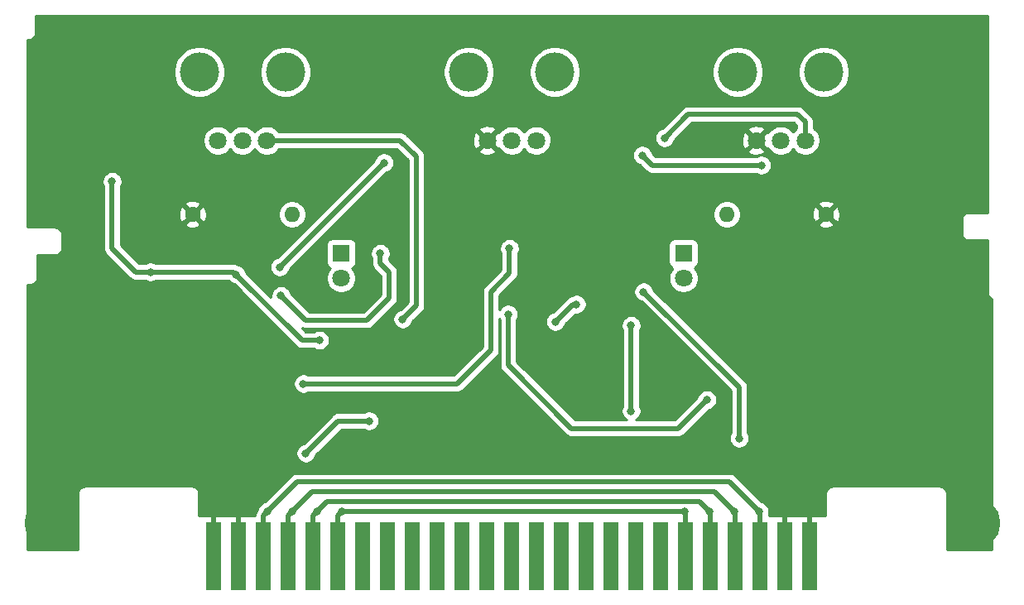
<source format=gbr>
G04 #@! TF.GenerationSoftware,KiCad,Pcbnew,(5.1.7)-1*
G04 #@! TF.CreationDate,2022-04-16T14:49:26-05:00*
G04 #@! TF.ProjectId,ConsolePedalDelaySMT,436f6e73-6f6c-4655-9065-64616c44656c,rev?*
G04 #@! TF.SameCoordinates,Original*
G04 #@! TF.FileFunction,Copper,L2,Bot*
G04 #@! TF.FilePolarity,Positive*
%FSLAX46Y46*%
G04 Gerber Fmt 4.6, Leading zero omitted, Abs format (unit mm)*
G04 Created by KiCad (PCBNEW (5.1.7)-1) date 2022-04-16 14:49:26*
%MOMM*%
%LPD*%
G01*
G04 APERTURE LIST*
G04 #@! TA.AperFunction,ComponentPad*
%ADD10R,1.800000X1.800000*%
G04 #@! TD*
G04 #@! TA.AperFunction,ComponentPad*
%ADD11C,1.800000*%
G04 #@! TD*
G04 #@! TA.AperFunction,ComponentPad*
%ADD12C,5.000000*%
G04 #@! TD*
G04 #@! TA.AperFunction,ComponentPad*
%ADD13C,1.600000*%
G04 #@! TD*
G04 #@! TA.AperFunction,ComponentPad*
%ADD14O,1.600000X1.600000*%
G04 #@! TD*
G04 #@! TA.AperFunction,WasherPad*
%ADD15C,4.000000*%
G04 #@! TD*
G04 #@! TA.AperFunction,ConnectorPad*
%ADD16R,1.500000X7.000000*%
G04 #@! TD*
G04 #@! TA.AperFunction,ViaPad*
%ADD17C,0.800000*%
G04 #@! TD*
G04 #@! TA.AperFunction,Conductor*
%ADD18C,0.500000*%
G04 #@! TD*
G04 #@! TA.AperFunction,Conductor*
%ADD19C,0.254000*%
G04 #@! TD*
G04 #@! TA.AperFunction,Conductor*
%ADD20C,0.100000*%
G04 #@! TD*
G04 APERTURE END LIST*
D10*
G04 #@! TO.P,D3,1*
G04 #@! TO.N,Net-(D3-Pad1)*
X115250000Y-95000000D03*
D11*
G04 #@! TO.P,D3,2*
G04 #@! TO.N,/LEDPower*
X115250000Y-97540000D03*
G04 #@! TD*
G04 #@! TO.P,D2,2*
G04 #@! TO.N,/LEDPower*
X150250000Y-97540000D03*
D10*
G04 #@! TO.P,D2,1*
G04 #@! TO.N,Net-(D2-Pad1)*
X150250000Y-95000000D03*
G04 #@! TD*
D12*
G04 #@! TO.P,H1,1*
G04 #@! TO.N,GND*
X85350000Y-122600000D03*
G04 #@! TD*
G04 #@! TO.P,H2,1*
G04 #@! TO.N,GND*
X180150000Y-122600000D03*
G04 #@! TD*
D13*
G04 #@! TO.P,R21,1*
G04 #@! TO.N,GND*
X100059000Y-91000000D03*
D14*
G04 #@! TO.P,R21,2*
G04 #@! TO.N,Net-(D3-Pad1)*
X110219000Y-91000000D03*
G04 #@! TD*
D11*
G04 #@! TO.P,RV1,3*
G04 #@! TO.N,/pin4*
X102639000Y-83439000D03*
G04 #@! TO.P,RV1,2*
G04 #@! TO.N,Net-(R17-Pad2)*
X105139000Y-83439000D03*
G04 #@! TO.P,RV1,1*
X107639000Y-83439000D03*
D15*
G04 #@! TO.P,RV1,*
G04 #@! TO.N,*
X100739000Y-76439000D03*
X109539000Y-76439000D03*
G04 #@! TD*
G04 #@! TO.P,RV2,*
G04 #@! TO.N,*
X137115000Y-76439000D03*
X128315000Y-76439000D03*
D11*
G04 #@! TO.P,RV2,1*
G04 #@! TO.N,Net-(C13-Pad2)*
X135215000Y-83439000D03*
G04 #@! TO.P,RV2,2*
G04 #@! TO.N,Net-(C14-Pad2)*
X132715000Y-83439000D03*
G04 #@! TO.P,RV2,3*
G04 #@! TO.N,GND*
X130215000Y-83439000D03*
G04 #@! TD*
G04 #@! TO.P,RV3,3*
G04 #@! TO.N,GND*
X157715000Y-83439000D03*
G04 #@! TO.P,RV3,2*
G04 #@! TO.N,Net-(C15-Pad2)*
X160215000Y-83439000D03*
G04 #@! TO.P,RV3,1*
G04 #@! TO.N,Net-(C11-Pad1)*
X162715000Y-83439000D03*
D15*
G04 #@! TO.P,RV3,*
G04 #@! TO.N,*
X155815000Y-76439000D03*
X164615000Y-76439000D03*
G04 #@! TD*
D16*
G04 #@! TO.P,J1,50*
G04 #@! TO.N,GND*
X163195000Y-126000000D03*
G04 #@! TO.P,J1,49*
X160655000Y-126000000D03*
G04 #@! TO.P,J1,48*
G04 #@! TO.N,/Input*
X158115000Y-126000000D03*
G04 #@! TO.P,J1,47*
G04 #@! TO.N,/Output*
X155575000Y-126000000D03*
G04 #@! TO.P,J1,46*
G04 #@! TO.N,+9V*
X153035000Y-126000000D03*
G04 #@! TO.P,J1,45*
G04 #@! TO.N,/LEDPower*
X150495000Y-126000000D03*
G04 #@! TO.P,J1,44*
G04 #@! TO.N,N/C*
X147955000Y-126000000D03*
G04 #@! TO.P,J1,43*
X145415000Y-126000000D03*
G04 #@! TO.P,J1,42*
X142875000Y-126000000D03*
G04 #@! TO.P,J1,41*
X140335000Y-126000000D03*
G04 #@! TO.P,J1,40*
X137795000Y-126000000D03*
G04 #@! TO.P,J1,39*
X135255000Y-126000000D03*
G04 #@! TO.P,J1,38*
X132715000Y-126000000D03*
G04 #@! TO.P,J1,37*
X130175000Y-126000000D03*
G04 #@! TO.P,J1,36*
X127635000Y-126000000D03*
G04 #@! TO.P,J1,35*
X125095000Y-126000000D03*
G04 #@! TO.P,J1,34*
X122555000Y-126000000D03*
G04 #@! TO.P,J1,33*
X120015000Y-126000000D03*
G04 #@! TO.P,J1,32*
X117475000Y-126000000D03*
G04 #@! TO.P,J1,31*
G04 #@! TO.N,/LEDPower*
X114935000Y-126000000D03*
G04 #@! TO.P,J1,30*
G04 #@! TO.N,+9V*
X112395000Y-126000000D03*
G04 #@! TO.P,J1,29*
G04 #@! TO.N,/Output*
X109855000Y-126000000D03*
G04 #@! TO.P,J1,28*
G04 #@! TO.N,/Input*
X107315000Y-126000000D03*
G04 #@! TO.P,J1,27*
G04 #@! TO.N,GND*
X104775000Y-126000000D03*
G04 #@! TO.P,J1,26*
X102235000Y-126000000D03*
G04 #@! TD*
D13*
G04 #@! TO.P,R23,1*
G04 #@! TO.N,GND*
X164846000Y-91000000D03*
D14*
G04 #@! TO.P,R23,2*
G04 #@! TO.N,Net-(D2-Pad1)*
X154686000Y-91000000D03*
G04 #@! TD*
D17*
G04 #@! TO.N,GND*
X160528000Y-121412000D03*
X163068000Y-121412000D03*
X105156000Y-121412000D03*
X102616000Y-121412000D03*
X147955000Y-114300000D03*
X148717000Y-90170000D03*
X140208000Y-93853000D03*
X168656000Y-84963000D03*
X158750000Y-92710000D03*
X136652000Y-115951000D03*
X128270000Y-103378000D03*
X113411000Y-90170000D03*
X116205000Y-105918000D03*
X105156000Y-86106000D03*
X162687000Y-89662000D03*
X157226000Y-101219000D03*
X165608000Y-107950000D03*
G04 #@! TO.N,/LEDPower*
X150368000Y-121412000D03*
X115316000Y-121412000D03*
X144907000Y-111125000D03*
X144907000Y-102362000D03*
X111633000Y-115443000D03*
X118110000Y-112141000D03*
G04 #@! TO.N,/Input*
X157988000Y-121412000D03*
X107696000Y-121412000D03*
G04 #@! TO.N,/Output*
X155448000Y-121412000D03*
X110236000Y-121412000D03*
X155956000Y-113919000D03*
X146177000Y-98933000D03*
G04 #@! TO.N,+9V*
X152908000Y-121412000D03*
X112776000Y-121412000D03*
G04 #@! TO.N,Net-(C3-Pad1)*
X109093000Y-99314000D03*
X119253000Y-94996000D03*
G04 #@! TO.N,Net-(C3-Pad2)*
X108966000Y-96393000D03*
X119634000Y-85725000D03*
G04 #@! TO.N,/pin15*
X137160000Y-101981000D03*
X139319000Y-100203000D03*
G04 #@! TO.N,Net-(C11-Pad1)*
X148336000Y-83185000D03*
G04 #@! TO.N,Net-(C20-Pad1)*
X146050000Y-84963000D03*
X158242000Y-85979000D03*
X132461000Y-94488000D03*
X111379000Y-108331000D03*
G04 #@! TO.N,/VREF*
X104521000Y-97155000D03*
X95758000Y-96901000D03*
X91821000Y-87630000D03*
X113030000Y-103886000D03*
G04 #@! TO.N,/5V*
X132334000Y-101219000D03*
X152654000Y-109982000D03*
G04 #@! TO.N,Net-(R17-Pad2)*
X121539000Y-101727000D03*
G04 #@! TD*
D18*
G04 #@! TO.N,GND*
X104775000Y-121793000D02*
X105156000Y-121412000D01*
X104775000Y-126000000D02*
X104775000Y-121793000D01*
X102235000Y-121793000D02*
X102616000Y-121412000D01*
X102235000Y-126000000D02*
X102235000Y-121793000D01*
X160655000Y-121539000D02*
X160528000Y-121412000D01*
X160655000Y-126000000D02*
X160655000Y-121539000D01*
X163195000Y-121539000D02*
X163068000Y-121412000D01*
X163195000Y-126000000D02*
X163195000Y-121539000D01*
G04 #@! TO.N,/LEDPower*
X114935000Y-121793000D02*
X115316000Y-121412000D01*
X114935000Y-126000000D02*
X114935000Y-121793000D01*
X150495000Y-121539000D02*
X150368000Y-121412000D01*
X150495000Y-126000000D02*
X150495000Y-121539000D01*
X115316000Y-121412000D02*
X150368000Y-121412000D01*
X144907000Y-102362000D02*
X144907000Y-111125000D01*
X114935000Y-112141000D02*
X111633000Y-115443000D01*
X118110000Y-112141000D02*
X114935000Y-112141000D01*
G04 #@! TO.N,/Input*
X158115000Y-121539000D02*
X157988000Y-121412000D01*
X158115000Y-126000000D02*
X158115000Y-121539000D01*
X107315000Y-121793000D02*
X107696000Y-121412000D01*
X107315000Y-126000000D02*
X107315000Y-121793000D01*
X110744000Y-118364000D02*
X107696000Y-121412000D01*
X154940000Y-118364000D02*
X110744000Y-118364000D01*
X157988000Y-121412000D02*
X154940000Y-118364000D01*
G04 #@! TO.N,/Output*
X109855000Y-121793000D02*
X110236000Y-121412000D01*
X109855000Y-126000000D02*
X109855000Y-121793000D01*
X155575000Y-121539000D02*
X155448000Y-121412000D01*
X155575000Y-126000000D02*
X155575000Y-121539000D01*
X153416000Y-119380000D02*
X155448000Y-121412000D01*
X112268000Y-119380000D02*
X153416000Y-119380000D01*
X110236000Y-121412000D02*
X112268000Y-119380000D01*
X155956000Y-108712000D02*
X155956000Y-113919000D01*
X146177000Y-98933000D02*
X155956000Y-108712000D01*
G04 #@! TO.N,+9V*
X153035000Y-121539000D02*
X152908000Y-121412000D01*
X153035000Y-126000000D02*
X153035000Y-121539000D01*
X112395000Y-121793000D02*
X112776000Y-121412000D01*
X112395000Y-126000000D02*
X112395000Y-121793000D01*
X113792000Y-120396000D02*
X112776000Y-121412000D01*
X151892000Y-120396000D02*
X113792000Y-120396000D01*
X152908000Y-121412000D02*
X151892000Y-120396000D01*
G04 #@! TO.N,Net-(C3-Pad1)*
X119253000Y-94996000D02*
X119253000Y-96012000D01*
X119253000Y-96012000D02*
X120142000Y-96901000D01*
X120142000Y-96901000D02*
X120142000Y-99568000D01*
X120142000Y-99568000D02*
X117856000Y-101854000D01*
X111633000Y-101854000D02*
X109093000Y-99314000D01*
X117856000Y-101854000D02*
X111633000Y-101854000D01*
G04 #@! TO.N,Net-(C3-Pad2)*
X119634000Y-85725000D02*
X108966000Y-96393000D01*
G04 #@! TO.N,/pin15*
X138938000Y-100203000D02*
X137160000Y-101981000D01*
X139319000Y-100203000D02*
X138938000Y-100203000D01*
G04 #@! TO.N,Net-(C11-Pad1)*
X148336000Y-83185000D02*
X150749000Y-80772000D01*
X150749000Y-80772000D02*
X161925000Y-80772000D01*
X162715000Y-81562000D02*
X162715000Y-83439000D01*
X161925000Y-80772000D02*
X162715000Y-81562000D01*
G04 #@! TO.N,Net-(C20-Pad1)*
X146050000Y-84963000D02*
X147066000Y-85979000D01*
X147066000Y-85979000D02*
X158242000Y-85979000D01*
X111379000Y-108331000D02*
X127127000Y-108331000D01*
X127127000Y-108331000D02*
X130556000Y-104902000D01*
X130556000Y-104902000D02*
X130556000Y-98933000D01*
X132461000Y-97028000D02*
X132461000Y-94488000D01*
X130556000Y-98933000D02*
X132461000Y-97028000D01*
G04 #@! TO.N,/VREF*
X104267000Y-96901000D02*
X104521000Y-97155000D01*
X95758000Y-96901000D02*
X104267000Y-96901000D01*
X91821000Y-87630000D02*
X91821000Y-94488000D01*
X94234000Y-96901000D02*
X95758000Y-96901000D01*
X91821000Y-94488000D02*
X94234000Y-96901000D01*
X111252000Y-103886000D02*
X104521000Y-97155000D01*
X113030000Y-103886000D02*
X111252000Y-103886000D01*
G04 #@! TO.N,/5V*
X152654000Y-109982000D02*
X149733000Y-112903000D01*
X149733000Y-112903000D02*
X138811000Y-112903000D01*
X132334000Y-106426000D02*
X132334000Y-101219000D01*
X138811000Y-112903000D02*
X132334000Y-106426000D01*
G04 #@! TO.N,Net-(R17-Pad2)*
X121539000Y-101727000D02*
X122936000Y-100330000D01*
X122936000Y-100330000D02*
X122936000Y-85090000D01*
X121285000Y-83439000D02*
X107639000Y-83439000D01*
X122936000Y-85090000D02*
X121285000Y-83439000D01*
G04 #@! TD*
D19*
G04 #@! TO.N,GND*
X181323001Y-90823000D02*
X179433252Y-90823000D01*
X179400000Y-90819725D01*
X179366748Y-90823000D01*
X179267285Y-90832796D01*
X179139670Y-90871508D01*
X179022059Y-90934372D01*
X178918973Y-91018973D01*
X178834372Y-91122059D01*
X178771508Y-91239670D01*
X178732796Y-91367285D01*
X178719725Y-91500000D01*
X178723001Y-91533262D01*
X178723000Y-92966747D01*
X178719725Y-93000000D01*
X178732796Y-93132715D01*
X178771508Y-93260330D01*
X178834372Y-93377941D01*
X178918973Y-93481027D01*
X179022059Y-93565628D01*
X179139670Y-93628492D01*
X179267285Y-93667204D01*
X179400000Y-93680275D01*
X179433252Y-93677000D01*
X181323000Y-93677000D01*
X181323001Y-98966738D01*
X181319725Y-99000000D01*
X181332796Y-99132715D01*
X181371508Y-99260330D01*
X181434372Y-99377941D01*
X181518973Y-99481027D01*
X181622059Y-99565628D01*
X181739670Y-99628492D01*
X181823001Y-99653770D01*
X181823000Y-125323000D01*
X177177000Y-125323000D01*
X177177000Y-119533252D01*
X177180275Y-119500000D01*
X177167204Y-119367285D01*
X177128492Y-119239670D01*
X177065628Y-119122059D01*
X176981027Y-119018973D01*
X176877941Y-118934372D01*
X176760330Y-118871508D01*
X176632715Y-118832796D01*
X176533252Y-118823000D01*
X176500000Y-118819725D01*
X176466748Y-118823000D01*
X165513252Y-118823000D01*
X165480000Y-118819725D01*
X165446748Y-118823000D01*
X165347285Y-118832796D01*
X165219670Y-118871508D01*
X165102059Y-118934372D01*
X164998973Y-119018973D01*
X164914372Y-119122059D01*
X164851508Y-119239670D01*
X164812796Y-119367285D01*
X164799725Y-119500000D01*
X164803001Y-119533262D01*
X164803001Y-121793000D01*
X158992000Y-121793000D01*
X158992000Y-121628780D01*
X159015000Y-121513151D01*
X159015000Y-121310849D01*
X158975533Y-121112435D01*
X158898115Y-120925533D01*
X158785723Y-120757326D01*
X158642674Y-120614277D01*
X158474467Y-120501885D01*
X158287565Y-120424467D01*
X158229104Y-120412838D01*
X155590597Y-117774332D01*
X155563133Y-117740867D01*
X155429592Y-117631273D01*
X155277237Y-117549838D01*
X155111922Y-117499690D01*
X154983079Y-117487000D01*
X154940000Y-117482757D01*
X154896921Y-117487000D01*
X110787079Y-117487000D01*
X110744000Y-117482757D01*
X110572077Y-117499690D01*
X110406763Y-117549838D01*
X110254408Y-117631273D01*
X110120867Y-117740867D01*
X110093408Y-117774326D01*
X107454897Y-120412838D01*
X107396435Y-120424467D01*
X107209533Y-120501885D01*
X107041326Y-120614277D01*
X106898277Y-120757326D01*
X106785885Y-120925533D01*
X106708467Y-121112435D01*
X106698053Y-121164791D01*
X106691868Y-121169867D01*
X106664409Y-121203326D01*
X106664406Y-121203329D01*
X106582274Y-121303408D01*
X106500838Y-121455764D01*
X106450690Y-121621078D01*
X106433757Y-121793000D01*
X100697000Y-121793000D01*
X100697000Y-119533252D01*
X100700275Y-119500000D01*
X100687204Y-119367285D01*
X100648492Y-119239670D01*
X100585628Y-119122059D01*
X100501027Y-119018973D01*
X100397941Y-118934372D01*
X100280330Y-118871508D01*
X100152715Y-118832796D01*
X100053252Y-118823000D01*
X100020000Y-118819725D01*
X99986748Y-118823000D01*
X89033252Y-118823000D01*
X89000000Y-118819725D01*
X88966748Y-118823000D01*
X88867285Y-118832796D01*
X88739670Y-118871508D01*
X88622059Y-118934372D01*
X88518973Y-119018973D01*
X88434372Y-119122059D01*
X88371508Y-119239670D01*
X88332796Y-119367285D01*
X88319725Y-119500000D01*
X88323000Y-119533252D01*
X88323001Y-125323000D01*
X83177000Y-125323000D01*
X83177000Y-115341849D01*
X110606000Y-115341849D01*
X110606000Y-115544151D01*
X110645467Y-115742565D01*
X110722885Y-115929467D01*
X110835277Y-116097674D01*
X110978326Y-116240723D01*
X111146533Y-116353115D01*
X111333435Y-116430533D01*
X111531849Y-116470000D01*
X111734151Y-116470000D01*
X111932565Y-116430533D01*
X112119467Y-116353115D01*
X112287674Y-116240723D01*
X112430723Y-116097674D01*
X112543115Y-115929467D01*
X112620533Y-115742565D01*
X112632162Y-115684103D01*
X115298265Y-113018000D01*
X117573973Y-113018000D01*
X117623533Y-113051115D01*
X117810435Y-113128533D01*
X118008849Y-113168000D01*
X118211151Y-113168000D01*
X118409565Y-113128533D01*
X118596467Y-113051115D01*
X118764674Y-112938723D01*
X118907723Y-112795674D01*
X119020115Y-112627467D01*
X119097533Y-112440565D01*
X119137000Y-112242151D01*
X119137000Y-112039849D01*
X119097533Y-111841435D01*
X119020115Y-111654533D01*
X118907723Y-111486326D01*
X118764674Y-111343277D01*
X118596467Y-111230885D01*
X118409565Y-111153467D01*
X118211151Y-111114000D01*
X118008849Y-111114000D01*
X117810435Y-111153467D01*
X117623533Y-111230885D01*
X117573973Y-111264000D01*
X114978076Y-111264000D01*
X114934999Y-111259757D01*
X114891922Y-111264000D01*
X114891921Y-111264000D01*
X114763078Y-111276690D01*
X114597763Y-111326838D01*
X114445408Y-111408273D01*
X114311867Y-111517867D01*
X114284403Y-111551332D01*
X111391897Y-114443838D01*
X111333435Y-114455467D01*
X111146533Y-114532885D01*
X110978326Y-114645277D01*
X110835277Y-114788326D01*
X110722885Y-114956533D01*
X110645467Y-115143435D01*
X110606000Y-115341849D01*
X83177000Y-115341849D01*
X83177000Y-108229849D01*
X110352000Y-108229849D01*
X110352000Y-108432151D01*
X110391467Y-108630565D01*
X110468885Y-108817467D01*
X110581277Y-108985674D01*
X110724326Y-109128723D01*
X110892533Y-109241115D01*
X111079435Y-109318533D01*
X111277849Y-109358000D01*
X111480151Y-109358000D01*
X111678565Y-109318533D01*
X111865467Y-109241115D01*
X111915027Y-109208000D01*
X127083921Y-109208000D01*
X127127000Y-109212243D01*
X127170079Y-109208000D01*
X127235151Y-109201591D01*
X127298922Y-109195310D01*
X127335293Y-109184277D01*
X127464237Y-109145162D01*
X127616592Y-109063727D01*
X127750133Y-108954133D01*
X127777597Y-108920668D01*
X131145669Y-105552596D01*
X131179133Y-105525133D01*
X131288727Y-105391592D01*
X131370162Y-105239237D01*
X131420310Y-105073922D01*
X131433000Y-104945079D01*
X131433000Y-104945070D01*
X131437242Y-104902001D01*
X131433000Y-104858931D01*
X131433000Y-101719109D01*
X131457001Y-101755029D01*
X131457000Y-106382920D01*
X131452757Y-106426000D01*
X131457000Y-106469078D01*
X131469690Y-106597921D01*
X131519838Y-106763236D01*
X131601273Y-106915591D01*
X131710867Y-107049133D01*
X131744332Y-107076597D01*
X138160403Y-113492668D01*
X138187867Y-113526133D01*
X138321408Y-113635727D01*
X138473763Y-113717162D01*
X138639078Y-113767310D01*
X138767921Y-113780000D01*
X138767930Y-113780000D01*
X138810999Y-113784242D01*
X138854069Y-113780000D01*
X149689921Y-113780000D01*
X149733000Y-113784243D01*
X149776079Y-113780000D01*
X149904922Y-113767310D01*
X150070237Y-113717162D01*
X150222592Y-113635727D01*
X150356133Y-113526133D01*
X150383597Y-113492668D01*
X152895104Y-110981162D01*
X152953565Y-110969533D01*
X153140467Y-110892115D01*
X153308674Y-110779723D01*
X153451723Y-110636674D01*
X153564115Y-110468467D01*
X153641533Y-110281565D01*
X153681000Y-110083151D01*
X153681000Y-109880849D01*
X153641533Y-109682435D01*
X153564115Y-109495533D01*
X153451723Y-109327326D01*
X153308674Y-109184277D01*
X153140467Y-109071885D01*
X152953565Y-108994467D01*
X152755151Y-108955000D01*
X152552849Y-108955000D01*
X152354435Y-108994467D01*
X152167533Y-109071885D01*
X151999326Y-109184277D01*
X151856277Y-109327326D01*
X151743885Y-109495533D01*
X151666467Y-109682435D01*
X151654838Y-109740896D01*
X149369735Y-112026000D01*
X145407109Y-112026000D01*
X145561674Y-111922723D01*
X145704723Y-111779674D01*
X145817115Y-111611467D01*
X145894533Y-111424565D01*
X145934000Y-111226151D01*
X145934000Y-111023849D01*
X145894533Y-110825435D01*
X145817115Y-110638533D01*
X145784000Y-110588973D01*
X145784000Y-102898027D01*
X145817115Y-102848467D01*
X145894533Y-102661565D01*
X145934000Y-102463151D01*
X145934000Y-102260849D01*
X145894533Y-102062435D01*
X145817115Y-101875533D01*
X145704723Y-101707326D01*
X145561674Y-101564277D01*
X145393467Y-101451885D01*
X145206565Y-101374467D01*
X145008151Y-101335000D01*
X144805849Y-101335000D01*
X144607435Y-101374467D01*
X144420533Y-101451885D01*
X144252326Y-101564277D01*
X144109277Y-101707326D01*
X143996885Y-101875533D01*
X143919467Y-102062435D01*
X143880000Y-102260849D01*
X143880000Y-102463151D01*
X143919467Y-102661565D01*
X143996885Y-102848467D01*
X144030000Y-102898027D01*
X144030001Y-110588971D01*
X143996885Y-110638533D01*
X143919467Y-110825435D01*
X143880000Y-111023849D01*
X143880000Y-111226151D01*
X143919467Y-111424565D01*
X143996885Y-111611467D01*
X144109277Y-111779674D01*
X144252326Y-111922723D01*
X144406891Y-112026000D01*
X139174265Y-112026000D01*
X133211000Y-106062735D01*
X133211000Y-101879849D01*
X136133000Y-101879849D01*
X136133000Y-102082151D01*
X136172467Y-102280565D01*
X136249885Y-102467467D01*
X136362277Y-102635674D01*
X136505326Y-102778723D01*
X136673533Y-102891115D01*
X136860435Y-102968533D01*
X137058849Y-103008000D01*
X137261151Y-103008000D01*
X137459565Y-102968533D01*
X137646467Y-102891115D01*
X137814674Y-102778723D01*
X137957723Y-102635674D01*
X138070115Y-102467467D01*
X138147533Y-102280565D01*
X138159162Y-102222103D01*
X139162312Y-101218953D01*
X139217849Y-101230000D01*
X139420151Y-101230000D01*
X139618565Y-101190533D01*
X139805467Y-101113115D01*
X139973674Y-101000723D01*
X140116723Y-100857674D01*
X140229115Y-100689467D01*
X140306533Y-100502565D01*
X140346000Y-100304151D01*
X140346000Y-100101849D01*
X140306533Y-99903435D01*
X140229115Y-99716533D01*
X140116723Y-99548326D01*
X139973674Y-99405277D01*
X139805467Y-99292885D01*
X139618565Y-99215467D01*
X139420151Y-99176000D01*
X139217849Y-99176000D01*
X139019435Y-99215467D01*
X138832533Y-99292885D01*
X138762238Y-99339855D01*
X138636685Y-99377941D01*
X138600763Y-99388838D01*
X138448408Y-99470273D01*
X138314867Y-99579867D01*
X138287403Y-99613332D01*
X136918897Y-100981838D01*
X136860435Y-100993467D01*
X136673533Y-101070885D01*
X136505326Y-101183277D01*
X136362277Y-101326326D01*
X136249885Y-101494533D01*
X136172467Y-101681435D01*
X136133000Y-101879849D01*
X133211000Y-101879849D01*
X133211000Y-101755027D01*
X133244115Y-101705467D01*
X133321533Y-101518565D01*
X133361000Y-101320151D01*
X133361000Y-101117849D01*
X133321533Y-100919435D01*
X133244115Y-100732533D01*
X133131723Y-100564326D01*
X132988674Y-100421277D01*
X132820467Y-100308885D01*
X132633565Y-100231467D01*
X132435151Y-100192000D01*
X132232849Y-100192000D01*
X132034435Y-100231467D01*
X131847533Y-100308885D01*
X131679326Y-100421277D01*
X131536277Y-100564326D01*
X131433000Y-100718891D01*
X131433000Y-99296265D01*
X131897416Y-98831849D01*
X145150000Y-98831849D01*
X145150000Y-99034151D01*
X145189467Y-99232565D01*
X145266885Y-99419467D01*
X145379277Y-99587674D01*
X145522326Y-99730723D01*
X145690533Y-99843115D01*
X145877435Y-99920533D01*
X145935897Y-99932162D01*
X155079000Y-109075265D01*
X155079001Y-113382971D01*
X155045885Y-113432533D01*
X154968467Y-113619435D01*
X154929000Y-113817849D01*
X154929000Y-114020151D01*
X154968467Y-114218565D01*
X155045885Y-114405467D01*
X155158277Y-114573674D01*
X155301326Y-114716723D01*
X155469533Y-114829115D01*
X155656435Y-114906533D01*
X155854849Y-114946000D01*
X156057151Y-114946000D01*
X156255565Y-114906533D01*
X156442467Y-114829115D01*
X156610674Y-114716723D01*
X156753723Y-114573674D01*
X156866115Y-114405467D01*
X156943533Y-114218565D01*
X156983000Y-114020151D01*
X156983000Y-113817849D01*
X156943533Y-113619435D01*
X156866115Y-113432533D01*
X156833000Y-113382973D01*
X156833000Y-108755069D01*
X156837242Y-108711999D01*
X156833000Y-108668930D01*
X156833000Y-108668921D01*
X156820310Y-108540078D01*
X156770162Y-108374763D01*
X156688727Y-108222408D01*
X156579133Y-108088867D01*
X156545669Y-108061404D01*
X147176162Y-98691897D01*
X147164533Y-98633435D01*
X147087115Y-98446533D01*
X146974723Y-98278326D01*
X146831674Y-98135277D01*
X146663467Y-98022885D01*
X146476565Y-97945467D01*
X146278151Y-97906000D01*
X146075849Y-97906000D01*
X145877435Y-97945467D01*
X145690533Y-98022885D01*
X145522326Y-98135277D01*
X145379277Y-98278326D01*
X145266885Y-98446533D01*
X145189467Y-98633435D01*
X145150000Y-98831849D01*
X131897416Y-98831849D01*
X133050675Y-97678591D01*
X133084133Y-97651133D01*
X133193727Y-97517592D01*
X133275162Y-97365237D01*
X133302765Y-97274243D01*
X133325310Y-97199923D01*
X133342243Y-97028000D01*
X133338000Y-96984921D01*
X133338000Y-95024027D01*
X133371115Y-94974467D01*
X133448533Y-94787565D01*
X133488000Y-94589151D01*
X133488000Y-94386849D01*
X133448533Y-94188435D01*
X133411902Y-94100000D01*
X148719967Y-94100000D01*
X148719967Y-95900000D01*
X148732073Y-96022913D01*
X148767925Y-96141103D01*
X148826147Y-96250028D01*
X148904499Y-96345501D01*
X148999972Y-96423853D01*
X149108897Y-96482075D01*
X149139221Y-96491274D01*
X149063901Y-96566594D01*
X148896790Y-96816694D01*
X148781681Y-97094590D01*
X148723000Y-97389604D01*
X148723000Y-97690396D01*
X148781681Y-97985410D01*
X148896790Y-98263306D01*
X149063901Y-98513406D01*
X149276594Y-98726099D01*
X149526694Y-98893210D01*
X149804590Y-99008319D01*
X150099604Y-99067000D01*
X150400396Y-99067000D01*
X150695410Y-99008319D01*
X150973306Y-98893210D01*
X151223406Y-98726099D01*
X151436099Y-98513406D01*
X151603210Y-98263306D01*
X151718319Y-97985410D01*
X151777000Y-97690396D01*
X151777000Y-97389604D01*
X151718319Y-97094590D01*
X151603210Y-96816694D01*
X151436099Y-96566594D01*
X151360779Y-96491274D01*
X151391103Y-96482075D01*
X151500028Y-96423853D01*
X151595501Y-96345501D01*
X151673853Y-96250028D01*
X151732075Y-96141103D01*
X151767927Y-96022913D01*
X151780033Y-95900000D01*
X151780033Y-94100000D01*
X151767927Y-93977087D01*
X151732075Y-93858897D01*
X151673853Y-93749972D01*
X151595501Y-93654499D01*
X151500028Y-93576147D01*
X151391103Y-93517925D01*
X151272913Y-93482073D01*
X151150000Y-93469967D01*
X149350000Y-93469967D01*
X149227087Y-93482073D01*
X149108897Y-93517925D01*
X148999972Y-93576147D01*
X148904499Y-93654499D01*
X148826147Y-93749972D01*
X148767925Y-93858897D01*
X148732073Y-93977087D01*
X148719967Y-94100000D01*
X133411902Y-94100000D01*
X133371115Y-94001533D01*
X133258723Y-93833326D01*
X133115674Y-93690277D01*
X132947467Y-93577885D01*
X132760565Y-93500467D01*
X132562151Y-93461000D01*
X132359849Y-93461000D01*
X132161435Y-93500467D01*
X131974533Y-93577885D01*
X131806326Y-93690277D01*
X131663277Y-93833326D01*
X131550885Y-94001533D01*
X131473467Y-94188435D01*
X131434000Y-94386849D01*
X131434000Y-94589151D01*
X131473467Y-94787565D01*
X131550885Y-94974467D01*
X131584001Y-95024028D01*
X131584000Y-96664734D01*
X129966329Y-98282406D01*
X129932868Y-98309867D01*
X129905409Y-98343326D01*
X129905406Y-98343329D01*
X129823274Y-98443408D01*
X129741838Y-98595764D01*
X129691690Y-98761078D01*
X129674757Y-98933000D01*
X129679001Y-98976090D01*
X129679000Y-104538735D01*
X126763735Y-107454000D01*
X111915027Y-107454000D01*
X111865467Y-107420885D01*
X111678565Y-107343467D01*
X111480151Y-107304000D01*
X111277849Y-107304000D01*
X111079435Y-107343467D01*
X110892533Y-107420885D01*
X110724326Y-107533277D01*
X110581277Y-107676326D01*
X110468885Y-107844533D01*
X110391467Y-108031435D01*
X110352000Y-108229849D01*
X83177000Y-108229849D01*
X83177000Y-98177000D01*
X83466748Y-98177000D01*
X83500000Y-98180275D01*
X83533252Y-98177000D01*
X83632715Y-98167204D01*
X83760330Y-98128492D01*
X83877941Y-98065628D01*
X83981027Y-97981027D01*
X84065628Y-97877941D01*
X84128492Y-97760330D01*
X84167204Y-97632715D01*
X84180275Y-97500000D01*
X84177000Y-97466748D01*
X84177000Y-95177000D01*
X85966748Y-95177000D01*
X86000000Y-95180275D01*
X86033252Y-95177000D01*
X86132715Y-95167204D01*
X86260330Y-95128492D01*
X86377941Y-95065628D01*
X86481027Y-94981027D01*
X86565628Y-94877941D01*
X86628492Y-94760330D01*
X86667204Y-94632715D01*
X86680275Y-94500000D01*
X86677000Y-94466748D01*
X86677000Y-93033251D01*
X86680275Y-93000000D01*
X86667204Y-92867285D01*
X86628492Y-92739670D01*
X86565628Y-92622059D01*
X86481027Y-92518973D01*
X86377941Y-92434372D01*
X86260330Y-92371508D01*
X86132715Y-92332796D01*
X86033252Y-92323000D01*
X86000000Y-92319725D01*
X85966748Y-92323000D01*
X83177000Y-92323000D01*
X83177000Y-87528849D01*
X90794000Y-87528849D01*
X90794000Y-87731151D01*
X90833467Y-87929565D01*
X90910885Y-88116467D01*
X90944000Y-88166027D01*
X90944001Y-94444910D01*
X90939757Y-94488000D01*
X90956690Y-94659922D01*
X91006838Y-94825236D01*
X91088274Y-94977592D01*
X91170406Y-95077671D01*
X91170409Y-95077674D01*
X91197868Y-95111133D01*
X91231327Y-95138592D01*
X93583403Y-97490668D01*
X93610867Y-97524133D01*
X93744408Y-97633727D01*
X93896763Y-97715162D01*
X94062078Y-97765310D01*
X94190921Y-97778000D01*
X94190930Y-97778000D01*
X94233999Y-97782242D01*
X94277069Y-97778000D01*
X95221973Y-97778000D01*
X95271533Y-97811115D01*
X95458435Y-97888533D01*
X95656849Y-97928000D01*
X95859151Y-97928000D01*
X96057565Y-97888533D01*
X96244467Y-97811115D01*
X96294027Y-97778000D01*
X103702113Y-97778000D01*
X103723277Y-97809674D01*
X103866326Y-97952723D01*
X104034533Y-98065115D01*
X104221435Y-98142533D01*
X104279897Y-98154162D01*
X110601403Y-104475668D01*
X110628867Y-104509133D01*
X110762408Y-104618727D01*
X110914763Y-104700162D01*
X111080078Y-104750310D01*
X111208921Y-104763000D01*
X111208930Y-104763000D01*
X111251999Y-104767242D01*
X111295069Y-104763000D01*
X112493973Y-104763000D01*
X112543533Y-104796115D01*
X112730435Y-104873533D01*
X112928849Y-104913000D01*
X113131151Y-104913000D01*
X113329565Y-104873533D01*
X113516467Y-104796115D01*
X113684674Y-104683723D01*
X113827723Y-104540674D01*
X113940115Y-104372467D01*
X114017533Y-104185565D01*
X114057000Y-103987151D01*
X114057000Y-103784849D01*
X114017533Y-103586435D01*
X113940115Y-103399533D01*
X113827723Y-103231326D01*
X113684674Y-103088277D01*
X113516467Y-102975885D01*
X113329565Y-102898467D01*
X113131151Y-102859000D01*
X112928849Y-102859000D01*
X112730435Y-102898467D01*
X112543533Y-102975885D01*
X112493973Y-103009000D01*
X111615265Y-103009000D01*
X111249928Y-102643663D01*
X111295763Y-102668162D01*
X111461078Y-102718310D01*
X111589921Y-102731000D01*
X111589930Y-102731000D01*
X111632999Y-102735242D01*
X111676069Y-102731000D01*
X117812921Y-102731000D01*
X117856000Y-102735243D01*
X117899079Y-102731000D01*
X118027922Y-102718310D01*
X118193237Y-102668162D01*
X118345592Y-102586727D01*
X118479133Y-102477133D01*
X118506597Y-102443668D01*
X120731668Y-100218597D01*
X120765133Y-100191133D01*
X120874727Y-100057592D01*
X120956162Y-99905237D01*
X121006310Y-99739922D01*
X121019000Y-99611079D01*
X121019000Y-99611070D01*
X121023242Y-99568001D01*
X121019000Y-99524931D01*
X121019000Y-96944079D01*
X121023243Y-96901000D01*
X121006310Y-96729077D01*
X120956162Y-96563763D01*
X120956161Y-96563762D01*
X120874727Y-96411408D01*
X120765133Y-96277867D01*
X120731675Y-96250409D01*
X120130000Y-95648735D01*
X120130000Y-95532027D01*
X120163115Y-95482467D01*
X120240533Y-95295565D01*
X120280000Y-95097151D01*
X120280000Y-94894849D01*
X120240533Y-94696435D01*
X120163115Y-94509533D01*
X120050723Y-94341326D01*
X119907674Y-94198277D01*
X119739467Y-94085885D01*
X119552565Y-94008467D01*
X119354151Y-93969000D01*
X119151849Y-93969000D01*
X118953435Y-94008467D01*
X118766533Y-94085885D01*
X118598326Y-94198277D01*
X118455277Y-94341326D01*
X118342885Y-94509533D01*
X118265467Y-94696435D01*
X118226000Y-94894849D01*
X118226000Y-95097151D01*
X118265467Y-95295565D01*
X118342885Y-95482467D01*
X118376001Y-95532028D01*
X118376001Y-95968911D01*
X118371757Y-96012000D01*
X118388690Y-96183922D01*
X118438838Y-96349236D01*
X118520274Y-96501592D01*
X118602406Y-96601671D01*
X118602409Y-96601674D01*
X118629868Y-96635133D01*
X118663327Y-96662592D01*
X119265000Y-97264266D01*
X119265001Y-99204734D01*
X117492735Y-100977000D01*
X111996265Y-100977000D01*
X110092162Y-99072897D01*
X110080533Y-99014435D01*
X110003115Y-98827533D01*
X109890723Y-98659326D01*
X109747674Y-98516277D01*
X109579467Y-98403885D01*
X109392565Y-98326467D01*
X109194151Y-98287000D01*
X108991849Y-98287000D01*
X108793435Y-98326467D01*
X108606533Y-98403885D01*
X108438326Y-98516277D01*
X108295277Y-98659326D01*
X108182885Y-98827533D01*
X108105467Y-99014435D01*
X108066000Y-99212849D01*
X108066000Y-99415151D01*
X108077070Y-99470805D01*
X105520162Y-96913897D01*
X105508533Y-96855435D01*
X105431115Y-96668533D01*
X105318723Y-96500326D01*
X105175674Y-96357277D01*
X105077754Y-96291849D01*
X107939000Y-96291849D01*
X107939000Y-96494151D01*
X107978467Y-96692565D01*
X108055885Y-96879467D01*
X108168277Y-97047674D01*
X108311326Y-97190723D01*
X108479533Y-97303115D01*
X108666435Y-97380533D01*
X108864849Y-97420000D01*
X109067151Y-97420000D01*
X109265565Y-97380533D01*
X109452467Y-97303115D01*
X109620674Y-97190723D01*
X109763723Y-97047674D01*
X109876115Y-96879467D01*
X109953533Y-96692565D01*
X109965162Y-96634103D01*
X112499265Y-94100000D01*
X113719967Y-94100000D01*
X113719967Y-95900000D01*
X113732073Y-96022913D01*
X113767925Y-96141103D01*
X113826147Y-96250028D01*
X113904499Y-96345501D01*
X113999972Y-96423853D01*
X114108897Y-96482075D01*
X114139221Y-96491274D01*
X114063901Y-96566594D01*
X113896790Y-96816694D01*
X113781681Y-97094590D01*
X113723000Y-97389604D01*
X113723000Y-97690396D01*
X113781681Y-97985410D01*
X113896790Y-98263306D01*
X114063901Y-98513406D01*
X114276594Y-98726099D01*
X114526694Y-98893210D01*
X114804590Y-99008319D01*
X115099604Y-99067000D01*
X115400396Y-99067000D01*
X115695410Y-99008319D01*
X115973306Y-98893210D01*
X116223406Y-98726099D01*
X116436099Y-98513406D01*
X116603210Y-98263306D01*
X116718319Y-97985410D01*
X116777000Y-97690396D01*
X116777000Y-97389604D01*
X116718319Y-97094590D01*
X116603210Y-96816694D01*
X116436099Y-96566594D01*
X116360779Y-96491274D01*
X116391103Y-96482075D01*
X116500028Y-96423853D01*
X116595501Y-96345501D01*
X116673853Y-96250028D01*
X116732075Y-96141103D01*
X116767927Y-96022913D01*
X116780033Y-95900000D01*
X116780033Y-94100000D01*
X116767927Y-93977087D01*
X116732075Y-93858897D01*
X116673853Y-93749972D01*
X116595501Y-93654499D01*
X116500028Y-93576147D01*
X116391103Y-93517925D01*
X116272913Y-93482073D01*
X116150000Y-93469967D01*
X114350000Y-93469967D01*
X114227087Y-93482073D01*
X114108897Y-93517925D01*
X113999972Y-93576147D01*
X113904499Y-93654499D01*
X113826147Y-93749972D01*
X113767925Y-93858897D01*
X113732073Y-93977087D01*
X113719967Y-94100000D01*
X112499265Y-94100000D01*
X119875103Y-86724162D01*
X119933565Y-86712533D01*
X120120467Y-86635115D01*
X120288674Y-86522723D01*
X120431723Y-86379674D01*
X120544115Y-86211467D01*
X120621533Y-86024565D01*
X120661000Y-85826151D01*
X120661000Y-85623849D01*
X120621533Y-85425435D01*
X120544115Y-85238533D01*
X120431723Y-85070326D01*
X120288674Y-84927277D01*
X120120467Y-84814885D01*
X119933565Y-84737467D01*
X119735151Y-84698000D01*
X119532849Y-84698000D01*
X119334435Y-84737467D01*
X119147533Y-84814885D01*
X118979326Y-84927277D01*
X118836277Y-85070326D01*
X118723885Y-85238533D01*
X118646467Y-85425435D01*
X118634838Y-85483897D01*
X108724897Y-95393838D01*
X108666435Y-95405467D01*
X108479533Y-95482885D01*
X108311326Y-95595277D01*
X108168277Y-95738326D01*
X108055885Y-95906533D01*
X107978467Y-96093435D01*
X107939000Y-96291849D01*
X105077754Y-96291849D01*
X105007467Y-96244885D01*
X104820565Y-96167467D01*
X104716273Y-96146722D01*
X104604237Y-96086838D01*
X104438922Y-96036690D01*
X104310079Y-96024000D01*
X104267000Y-96019757D01*
X104223921Y-96024000D01*
X96294027Y-96024000D01*
X96244467Y-95990885D01*
X96057565Y-95913467D01*
X95859151Y-95874000D01*
X95656849Y-95874000D01*
X95458435Y-95913467D01*
X95271533Y-95990885D01*
X95221973Y-96024000D01*
X94597265Y-96024000D01*
X92698000Y-94124735D01*
X92698000Y-91992702D01*
X99245903Y-91992702D01*
X99317486Y-92236671D01*
X99572996Y-92357571D01*
X99847184Y-92426300D01*
X100129512Y-92440217D01*
X100409130Y-92398787D01*
X100675292Y-92303603D01*
X100800514Y-92236671D01*
X100872097Y-91992702D01*
X100059000Y-91179605D01*
X99245903Y-91992702D01*
X92698000Y-91992702D01*
X92698000Y-91070512D01*
X98618783Y-91070512D01*
X98660213Y-91350130D01*
X98755397Y-91616292D01*
X98822329Y-91741514D01*
X99066298Y-91813097D01*
X99879395Y-91000000D01*
X100238605Y-91000000D01*
X101051702Y-91813097D01*
X101295671Y-91741514D01*
X101416571Y-91486004D01*
X101485300Y-91211816D01*
X101499217Y-90929488D01*
X101488841Y-90859453D01*
X108792000Y-90859453D01*
X108792000Y-91140547D01*
X108846838Y-91416241D01*
X108954409Y-91675938D01*
X109110576Y-91909660D01*
X109309340Y-92108424D01*
X109543062Y-92264591D01*
X109802759Y-92372162D01*
X110078453Y-92427000D01*
X110359547Y-92427000D01*
X110635241Y-92372162D01*
X110894938Y-92264591D01*
X111128660Y-92108424D01*
X111327424Y-91909660D01*
X111483591Y-91675938D01*
X111591162Y-91416241D01*
X111646000Y-91140547D01*
X111646000Y-90859453D01*
X111591162Y-90583759D01*
X111483591Y-90324062D01*
X111327424Y-90090340D01*
X111128660Y-89891576D01*
X110894938Y-89735409D01*
X110635241Y-89627838D01*
X110359547Y-89573000D01*
X110078453Y-89573000D01*
X109802759Y-89627838D01*
X109543062Y-89735409D01*
X109309340Y-89891576D01*
X109110576Y-90090340D01*
X108954409Y-90324062D01*
X108846838Y-90583759D01*
X108792000Y-90859453D01*
X101488841Y-90859453D01*
X101457787Y-90649870D01*
X101362603Y-90383708D01*
X101295671Y-90258486D01*
X101051702Y-90186903D01*
X100238605Y-91000000D01*
X99879395Y-91000000D01*
X99066298Y-90186903D01*
X98822329Y-90258486D01*
X98701429Y-90513996D01*
X98632700Y-90788184D01*
X98618783Y-91070512D01*
X92698000Y-91070512D01*
X92698000Y-90007298D01*
X99245903Y-90007298D01*
X100059000Y-90820395D01*
X100872097Y-90007298D01*
X100800514Y-89763329D01*
X100545004Y-89642429D01*
X100270816Y-89573700D01*
X99988488Y-89559783D01*
X99708870Y-89601213D01*
X99442708Y-89696397D01*
X99317486Y-89763329D01*
X99245903Y-90007298D01*
X92698000Y-90007298D01*
X92698000Y-88166027D01*
X92731115Y-88116467D01*
X92808533Y-87929565D01*
X92848000Y-87731151D01*
X92848000Y-87528849D01*
X92808533Y-87330435D01*
X92731115Y-87143533D01*
X92618723Y-86975326D01*
X92475674Y-86832277D01*
X92307467Y-86719885D01*
X92120565Y-86642467D01*
X91922151Y-86603000D01*
X91719849Y-86603000D01*
X91521435Y-86642467D01*
X91334533Y-86719885D01*
X91166326Y-86832277D01*
X91023277Y-86975326D01*
X90910885Y-87143533D01*
X90833467Y-87330435D01*
X90794000Y-87528849D01*
X83177000Y-87528849D01*
X83177000Y-83288604D01*
X101112000Y-83288604D01*
X101112000Y-83589396D01*
X101170681Y-83884410D01*
X101285790Y-84162306D01*
X101452901Y-84412406D01*
X101665594Y-84625099D01*
X101915694Y-84792210D01*
X102193590Y-84907319D01*
X102488604Y-84966000D01*
X102789396Y-84966000D01*
X103084410Y-84907319D01*
X103362306Y-84792210D01*
X103612406Y-84625099D01*
X103825099Y-84412406D01*
X103889000Y-84316771D01*
X103952901Y-84412406D01*
X104165594Y-84625099D01*
X104415694Y-84792210D01*
X104693590Y-84907319D01*
X104988604Y-84966000D01*
X105289396Y-84966000D01*
X105584410Y-84907319D01*
X105862306Y-84792210D01*
X106112406Y-84625099D01*
X106325099Y-84412406D01*
X106389000Y-84316771D01*
X106452901Y-84412406D01*
X106665594Y-84625099D01*
X106915694Y-84792210D01*
X107193590Y-84907319D01*
X107488604Y-84966000D01*
X107789396Y-84966000D01*
X108084410Y-84907319D01*
X108362306Y-84792210D01*
X108612406Y-84625099D01*
X108825099Y-84412406D01*
X108889515Y-84316000D01*
X120921735Y-84316000D01*
X122059001Y-85453266D01*
X122059000Y-99966735D01*
X121297897Y-100727838D01*
X121239435Y-100739467D01*
X121052533Y-100816885D01*
X120884326Y-100929277D01*
X120741277Y-101072326D01*
X120628885Y-101240533D01*
X120551467Y-101427435D01*
X120512000Y-101625849D01*
X120512000Y-101828151D01*
X120551467Y-102026565D01*
X120628885Y-102213467D01*
X120741277Y-102381674D01*
X120884326Y-102524723D01*
X121052533Y-102637115D01*
X121239435Y-102714533D01*
X121437849Y-102754000D01*
X121640151Y-102754000D01*
X121838565Y-102714533D01*
X122025467Y-102637115D01*
X122193674Y-102524723D01*
X122336723Y-102381674D01*
X122449115Y-102213467D01*
X122526533Y-102026565D01*
X122538162Y-101968103D01*
X123525669Y-100980596D01*
X123559133Y-100953133D01*
X123668727Y-100819592D01*
X123750162Y-100667237D01*
X123800310Y-100501922D01*
X123813000Y-100373079D01*
X123813000Y-100373070D01*
X123817242Y-100330001D01*
X123813000Y-100286931D01*
X123813000Y-90859453D01*
X153259000Y-90859453D01*
X153259000Y-91140547D01*
X153313838Y-91416241D01*
X153421409Y-91675938D01*
X153577576Y-91909660D01*
X153776340Y-92108424D01*
X154010062Y-92264591D01*
X154269759Y-92372162D01*
X154545453Y-92427000D01*
X154826547Y-92427000D01*
X155102241Y-92372162D01*
X155361938Y-92264591D01*
X155595660Y-92108424D01*
X155711382Y-91992702D01*
X164032903Y-91992702D01*
X164104486Y-92236671D01*
X164359996Y-92357571D01*
X164634184Y-92426300D01*
X164916512Y-92440217D01*
X165196130Y-92398787D01*
X165462292Y-92303603D01*
X165587514Y-92236671D01*
X165659097Y-91992702D01*
X164846000Y-91179605D01*
X164032903Y-91992702D01*
X155711382Y-91992702D01*
X155794424Y-91909660D01*
X155950591Y-91675938D01*
X156058162Y-91416241D01*
X156113000Y-91140547D01*
X156113000Y-91070512D01*
X163405783Y-91070512D01*
X163447213Y-91350130D01*
X163542397Y-91616292D01*
X163609329Y-91741514D01*
X163853298Y-91813097D01*
X164666395Y-91000000D01*
X165025605Y-91000000D01*
X165838702Y-91813097D01*
X166082671Y-91741514D01*
X166203571Y-91486004D01*
X166272300Y-91211816D01*
X166286217Y-90929488D01*
X166244787Y-90649870D01*
X166149603Y-90383708D01*
X166082671Y-90258486D01*
X165838702Y-90186903D01*
X165025605Y-91000000D01*
X164666395Y-91000000D01*
X163853298Y-90186903D01*
X163609329Y-90258486D01*
X163488429Y-90513996D01*
X163419700Y-90788184D01*
X163405783Y-91070512D01*
X156113000Y-91070512D01*
X156113000Y-90859453D01*
X156058162Y-90583759D01*
X155950591Y-90324062D01*
X155794424Y-90090340D01*
X155711382Y-90007298D01*
X164032903Y-90007298D01*
X164846000Y-90820395D01*
X165659097Y-90007298D01*
X165587514Y-89763329D01*
X165332004Y-89642429D01*
X165057816Y-89573700D01*
X164775488Y-89559783D01*
X164495870Y-89601213D01*
X164229708Y-89696397D01*
X164104486Y-89763329D01*
X164032903Y-90007298D01*
X155711382Y-90007298D01*
X155595660Y-89891576D01*
X155361938Y-89735409D01*
X155102241Y-89627838D01*
X154826547Y-89573000D01*
X154545453Y-89573000D01*
X154269759Y-89627838D01*
X154010062Y-89735409D01*
X153776340Y-89891576D01*
X153577576Y-90090340D01*
X153421409Y-90324062D01*
X153313838Y-90583759D01*
X153259000Y-90859453D01*
X123813000Y-90859453D01*
X123813000Y-85133079D01*
X123817243Y-85090000D01*
X123800310Y-84918077D01*
X123750162Y-84752763D01*
X123741986Y-84737467D01*
X123668727Y-84600408D01*
X123588853Y-84503080D01*
X129330525Y-84503080D01*
X129414208Y-84757261D01*
X129686775Y-84888158D01*
X129979642Y-84963365D01*
X130281553Y-84979991D01*
X130580907Y-84937397D01*
X130866199Y-84837222D01*
X131015792Y-84757261D01*
X131099475Y-84503080D01*
X130215000Y-83618605D01*
X129330525Y-84503080D01*
X123588853Y-84503080D01*
X123559133Y-84466867D01*
X123525668Y-84439403D01*
X122591818Y-83505553D01*
X128674009Y-83505553D01*
X128716603Y-83804907D01*
X128816778Y-84090199D01*
X128896739Y-84239792D01*
X129150920Y-84323475D01*
X130035395Y-83439000D01*
X130394605Y-83439000D01*
X131279080Y-84323475D01*
X131435147Y-84272094D01*
X131528901Y-84412406D01*
X131741594Y-84625099D01*
X131991694Y-84792210D01*
X132269590Y-84907319D01*
X132564604Y-84966000D01*
X132865396Y-84966000D01*
X133160410Y-84907319D01*
X133438306Y-84792210D01*
X133688406Y-84625099D01*
X133901099Y-84412406D01*
X133965000Y-84316771D01*
X134028901Y-84412406D01*
X134241594Y-84625099D01*
X134491694Y-84792210D01*
X134769590Y-84907319D01*
X135064604Y-84966000D01*
X135365396Y-84966000D01*
X135660410Y-84907319D01*
X135770183Y-84861849D01*
X145023000Y-84861849D01*
X145023000Y-85064151D01*
X145062467Y-85262565D01*
X145139885Y-85449467D01*
X145252277Y-85617674D01*
X145395326Y-85760723D01*
X145563533Y-85873115D01*
X145750435Y-85950533D01*
X145808896Y-85962162D01*
X146415408Y-86568674D01*
X146442867Y-86602133D01*
X146476326Y-86629592D01*
X146476328Y-86629594D01*
X146492014Y-86642467D01*
X146576408Y-86711727D01*
X146698008Y-86776723D01*
X146728763Y-86793162D01*
X146894077Y-86843310D01*
X147066000Y-86860243D01*
X147109079Y-86856000D01*
X157705973Y-86856000D01*
X157755533Y-86889115D01*
X157942435Y-86966533D01*
X158140849Y-87006000D01*
X158343151Y-87006000D01*
X158541565Y-86966533D01*
X158728467Y-86889115D01*
X158896674Y-86776723D01*
X159039723Y-86633674D01*
X159152115Y-86465467D01*
X159229533Y-86278565D01*
X159269000Y-86080151D01*
X159269000Y-85877849D01*
X159229533Y-85679435D01*
X159152115Y-85492533D01*
X159039723Y-85324326D01*
X158896674Y-85181277D01*
X158728467Y-85068885D01*
X158541565Y-84991467D01*
X158343151Y-84952000D01*
X158140849Y-84952000D01*
X157942435Y-84991467D01*
X157755533Y-85068885D01*
X157705973Y-85102000D01*
X147429266Y-85102000D01*
X147049162Y-84721896D01*
X147037533Y-84663435D01*
X146971112Y-84503080D01*
X156830525Y-84503080D01*
X156914208Y-84757261D01*
X157186775Y-84888158D01*
X157479642Y-84963365D01*
X157781553Y-84979991D01*
X158080907Y-84937397D01*
X158366199Y-84837222D01*
X158515792Y-84757261D01*
X158599475Y-84503080D01*
X157715000Y-83618605D01*
X156830525Y-84503080D01*
X146971112Y-84503080D01*
X146960115Y-84476533D01*
X146847723Y-84308326D01*
X146704674Y-84165277D01*
X146536467Y-84052885D01*
X146349565Y-83975467D01*
X146151151Y-83936000D01*
X145948849Y-83936000D01*
X145750435Y-83975467D01*
X145563533Y-84052885D01*
X145395326Y-84165277D01*
X145252277Y-84308326D01*
X145139885Y-84476533D01*
X145062467Y-84663435D01*
X145023000Y-84861849D01*
X135770183Y-84861849D01*
X135938306Y-84792210D01*
X136188406Y-84625099D01*
X136401099Y-84412406D01*
X136568210Y-84162306D01*
X136683319Y-83884410D01*
X136742000Y-83589396D01*
X136742000Y-83288604D01*
X136701273Y-83083849D01*
X147309000Y-83083849D01*
X147309000Y-83286151D01*
X147348467Y-83484565D01*
X147425885Y-83671467D01*
X147538277Y-83839674D01*
X147681326Y-83982723D01*
X147849533Y-84095115D01*
X148036435Y-84172533D01*
X148234849Y-84212000D01*
X148437151Y-84212000D01*
X148635565Y-84172533D01*
X148822467Y-84095115D01*
X148990674Y-83982723D01*
X149133723Y-83839674D01*
X149246115Y-83671467D01*
X149314839Y-83505553D01*
X156174009Y-83505553D01*
X156216603Y-83804907D01*
X156316778Y-84090199D01*
X156396739Y-84239792D01*
X156650920Y-84323475D01*
X157535395Y-83439000D01*
X156650920Y-82554525D01*
X156396739Y-82638208D01*
X156265842Y-82910775D01*
X156190635Y-83203642D01*
X156174009Y-83505553D01*
X149314839Y-83505553D01*
X149323533Y-83484565D01*
X149335162Y-83426103D01*
X150386345Y-82374920D01*
X156830525Y-82374920D01*
X157715000Y-83259395D01*
X158599475Y-82374920D01*
X158515792Y-82120739D01*
X158243225Y-81989842D01*
X157950358Y-81914635D01*
X157648447Y-81898009D01*
X157349093Y-81940603D01*
X157063801Y-82040778D01*
X156914208Y-82120739D01*
X156830525Y-82374920D01*
X150386345Y-82374920D01*
X151112265Y-81649000D01*
X161561735Y-81649000D01*
X161838000Y-81925265D01*
X161838000Y-82188485D01*
X161741594Y-82252901D01*
X161528901Y-82465594D01*
X161465000Y-82561229D01*
X161401099Y-82465594D01*
X161188406Y-82252901D01*
X160938306Y-82085790D01*
X160660410Y-81970681D01*
X160365396Y-81912000D01*
X160064604Y-81912000D01*
X159769590Y-81970681D01*
X159491694Y-82085790D01*
X159241594Y-82252901D01*
X159028901Y-82465594D01*
X158935147Y-82605906D01*
X158779080Y-82554525D01*
X157894605Y-83439000D01*
X158779080Y-84323475D01*
X158935147Y-84272094D01*
X159028901Y-84412406D01*
X159241594Y-84625099D01*
X159491694Y-84792210D01*
X159769590Y-84907319D01*
X160064604Y-84966000D01*
X160365396Y-84966000D01*
X160660410Y-84907319D01*
X160938306Y-84792210D01*
X161188406Y-84625099D01*
X161401099Y-84412406D01*
X161465000Y-84316771D01*
X161528901Y-84412406D01*
X161741594Y-84625099D01*
X161991694Y-84792210D01*
X162269590Y-84907319D01*
X162564604Y-84966000D01*
X162865396Y-84966000D01*
X163160410Y-84907319D01*
X163438306Y-84792210D01*
X163688406Y-84625099D01*
X163901099Y-84412406D01*
X164068210Y-84162306D01*
X164183319Y-83884410D01*
X164242000Y-83589396D01*
X164242000Y-83288604D01*
X164183319Y-82993590D01*
X164068210Y-82715694D01*
X163901099Y-82465594D01*
X163688406Y-82252901D01*
X163592000Y-82188485D01*
X163592000Y-81605079D01*
X163596243Y-81562000D01*
X163579310Y-81390077D01*
X163529162Y-81224763D01*
X163467412Y-81109236D01*
X163447727Y-81072408D01*
X163338133Y-80938867D01*
X163304669Y-80911404D01*
X162575597Y-80182332D01*
X162548133Y-80148867D01*
X162414592Y-80039273D01*
X162262237Y-79957838D01*
X162096922Y-79907690D01*
X161968079Y-79895000D01*
X161925000Y-79890757D01*
X161881921Y-79895000D01*
X150792069Y-79895000D01*
X150748999Y-79890758D01*
X150705930Y-79895000D01*
X150705921Y-79895000D01*
X150577078Y-79907690D01*
X150411763Y-79957838D01*
X150259408Y-80039273D01*
X150125867Y-80148867D01*
X150098403Y-80182332D01*
X148094897Y-82185838D01*
X148036435Y-82197467D01*
X147849533Y-82274885D01*
X147681326Y-82387277D01*
X147538277Y-82530326D01*
X147425885Y-82698533D01*
X147348467Y-82885435D01*
X147309000Y-83083849D01*
X136701273Y-83083849D01*
X136683319Y-82993590D01*
X136568210Y-82715694D01*
X136401099Y-82465594D01*
X136188406Y-82252901D01*
X135938306Y-82085790D01*
X135660410Y-81970681D01*
X135365396Y-81912000D01*
X135064604Y-81912000D01*
X134769590Y-81970681D01*
X134491694Y-82085790D01*
X134241594Y-82252901D01*
X134028901Y-82465594D01*
X133965000Y-82561229D01*
X133901099Y-82465594D01*
X133688406Y-82252901D01*
X133438306Y-82085790D01*
X133160410Y-81970681D01*
X132865396Y-81912000D01*
X132564604Y-81912000D01*
X132269590Y-81970681D01*
X131991694Y-82085790D01*
X131741594Y-82252901D01*
X131528901Y-82465594D01*
X131435147Y-82605906D01*
X131279080Y-82554525D01*
X130394605Y-83439000D01*
X130035395Y-83439000D01*
X129150920Y-82554525D01*
X128896739Y-82638208D01*
X128765842Y-82910775D01*
X128690635Y-83203642D01*
X128674009Y-83505553D01*
X122591818Y-83505553D01*
X121935597Y-82849332D01*
X121908133Y-82815867D01*
X121774592Y-82706273D01*
X121622237Y-82624838D01*
X121456922Y-82574690D01*
X121328079Y-82562000D01*
X121285000Y-82557757D01*
X121241921Y-82562000D01*
X108889515Y-82562000D01*
X108825099Y-82465594D01*
X108734425Y-82374920D01*
X129330525Y-82374920D01*
X130215000Y-83259395D01*
X131099475Y-82374920D01*
X131015792Y-82120739D01*
X130743225Y-81989842D01*
X130450358Y-81914635D01*
X130148447Y-81898009D01*
X129849093Y-81940603D01*
X129563801Y-82040778D01*
X129414208Y-82120739D01*
X129330525Y-82374920D01*
X108734425Y-82374920D01*
X108612406Y-82252901D01*
X108362306Y-82085790D01*
X108084410Y-81970681D01*
X107789396Y-81912000D01*
X107488604Y-81912000D01*
X107193590Y-81970681D01*
X106915694Y-82085790D01*
X106665594Y-82252901D01*
X106452901Y-82465594D01*
X106389000Y-82561229D01*
X106325099Y-82465594D01*
X106112406Y-82252901D01*
X105862306Y-82085790D01*
X105584410Y-81970681D01*
X105289396Y-81912000D01*
X104988604Y-81912000D01*
X104693590Y-81970681D01*
X104415694Y-82085790D01*
X104165594Y-82252901D01*
X103952901Y-82465594D01*
X103889000Y-82561229D01*
X103825099Y-82465594D01*
X103612406Y-82252901D01*
X103362306Y-82085790D01*
X103084410Y-81970681D01*
X102789396Y-81912000D01*
X102488604Y-81912000D01*
X102193590Y-81970681D01*
X101915694Y-82085790D01*
X101665594Y-82252901D01*
X101452901Y-82465594D01*
X101285790Y-82715694D01*
X101170681Y-82993590D01*
X101112000Y-83288604D01*
X83177000Y-83288604D01*
X83177000Y-76180263D01*
X98112000Y-76180263D01*
X98112000Y-76697737D01*
X98212954Y-77205268D01*
X98410983Y-77683351D01*
X98698476Y-78113615D01*
X99064385Y-78479524D01*
X99494649Y-78767017D01*
X99972732Y-78965046D01*
X100480263Y-79066000D01*
X100997737Y-79066000D01*
X101505268Y-78965046D01*
X101983351Y-78767017D01*
X102413615Y-78479524D01*
X102779524Y-78113615D01*
X103067017Y-77683351D01*
X103265046Y-77205268D01*
X103366000Y-76697737D01*
X103366000Y-76180263D01*
X106912000Y-76180263D01*
X106912000Y-76697737D01*
X107012954Y-77205268D01*
X107210983Y-77683351D01*
X107498476Y-78113615D01*
X107864385Y-78479524D01*
X108294649Y-78767017D01*
X108772732Y-78965046D01*
X109280263Y-79066000D01*
X109797737Y-79066000D01*
X110305268Y-78965046D01*
X110783351Y-78767017D01*
X111213615Y-78479524D01*
X111579524Y-78113615D01*
X111867017Y-77683351D01*
X112065046Y-77205268D01*
X112166000Y-76697737D01*
X112166000Y-76180263D01*
X125688000Y-76180263D01*
X125688000Y-76697737D01*
X125788954Y-77205268D01*
X125986983Y-77683351D01*
X126274476Y-78113615D01*
X126640385Y-78479524D01*
X127070649Y-78767017D01*
X127548732Y-78965046D01*
X128056263Y-79066000D01*
X128573737Y-79066000D01*
X129081268Y-78965046D01*
X129559351Y-78767017D01*
X129989615Y-78479524D01*
X130355524Y-78113615D01*
X130643017Y-77683351D01*
X130841046Y-77205268D01*
X130942000Y-76697737D01*
X130942000Y-76180263D01*
X134488000Y-76180263D01*
X134488000Y-76697737D01*
X134588954Y-77205268D01*
X134786983Y-77683351D01*
X135074476Y-78113615D01*
X135440385Y-78479524D01*
X135870649Y-78767017D01*
X136348732Y-78965046D01*
X136856263Y-79066000D01*
X137373737Y-79066000D01*
X137881268Y-78965046D01*
X138359351Y-78767017D01*
X138789615Y-78479524D01*
X139155524Y-78113615D01*
X139443017Y-77683351D01*
X139641046Y-77205268D01*
X139742000Y-76697737D01*
X139742000Y-76180263D01*
X153188000Y-76180263D01*
X153188000Y-76697737D01*
X153288954Y-77205268D01*
X153486983Y-77683351D01*
X153774476Y-78113615D01*
X154140385Y-78479524D01*
X154570649Y-78767017D01*
X155048732Y-78965046D01*
X155556263Y-79066000D01*
X156073737Y-79066000D01*
X156581268Y-78965046D01*
X157059351Y-78767017D01*
X157489615Y-78479524D01*
X157855524Y-78113615D01*
X158143017Y-77683351D01*
X158341046Y-77205268D01*
X158442000Y-76697737D01*
X158442000Y-76180263D01*
X161988000Y-76180263D01*
X161988000Y-76697737D01*
X162088954Y-77205268D01*
X162286983Y-77683351D01*
X162574476Y-78113615D01*
X162940385Y-78479524D01*
X163370649Y-78767017D01*
X163848732Y-78965046D01*
X164356263Y-79066000D01*
X164873737Y-79066000D01*
X165381268Y-78965046D01*
X165859351Y-78767017D01*
X166289615Y-78479524D01*
X166655524Y-78113615D01*
X166943017Y-77683351D01*
X167141046Y-77205268D01*
X167242000Y-76697737D01*
X167242000Y-76180263D01*
X167141046Y-75672732D01*
X166943017Y-75194649D01*
X166655524Y-74764385D01*
X166289615Y-74398476D01*
X165859351Y-74110983D01*
X165381268Y-73912954D01*
X164873737Y-73812000D01*
X164356263Y-73812000D01*
X163848732Y-73912954D01*
X163370649Y-74110983D01*
X162940385Y-74398476D01*
X162574476Y-74764385D01*
X162286983Y-75194649D01*
X162088954Y-75672732D01*
X161988000Y-76180263D01*
X158442000Y-76180263D01*
X158341046Y-75672732D01*
X158143017Y-75194649D01*
X157855524Y-74764385D01*
X157489615Y-74398476D01*
X157059351Y-74110983D01*
X156581268Y-73912954D01*
X156073737Y-73812000D01*
X155556263Y-73812000D01*
X155048732Y-73912954D01*
X154570649Y-74110983D01*
X154140385Y-74398476D01*
X153774476Y-74764385D01*
X153486983Y-75194649D01*
X153288954Y-75672732D01*
X153188000Y-76180263D01*
X139742000Y-76180263D01*
X139641046Y-75672732D01*
X139443017Y-75194649D01*
X139155524Y-74764385D01*
X138789615Y-74398476D01*
X138359351Y-74110983D01*
X137881268Y-73912954D01*
X137373737Y-73812000D01*
X136856263Y-73812000D01*
X136348732Y-73912954D01*
X135870649Y-74110983D01*
X135440385Y-74398476D01*
X135074476Y-74764385D01*
X134786983Y-75194649D01*
X134588954Y-75672732D01*
X134488000Y-76180263D01*
X130942000Y-76180263D01*
X130841046Y-75672732D01*
X130643017Y-75194649D01*
X130355524Y-74764385D01*
X129989615Y-74398476D01*
X129559351Y-74110983D01*
X129081268Y-73912954D01*
X128573737Y-73812000D01*
X128056263Y-73812000D01*
X127548732Y-73912954D01*
X127070649Y-74110983D01*
X126640385Y-74398476D01*
X126274476Y-74764385D01*
X125986983Y-75194649D01*
X125788954Y-75672732D01*
X125688000Y-76180263D01*
X112166000Y-76180263D01*
X112065046Y-75672732D01*
X111867017Y-75194649D01*
X111579524Y-74764385D01*
X111213615Y-74398476D01*
X110783351Y-74110983D01*
X110305268Y-73912954D01*
X109797737Y-73812000D01*
X109280263Y-73812000D01*
X108772732Y-73912954D01*
X108294649Y-74110983D01*
X107864385Y-74398476D01*
X107498476Y-74764385D01*
X107210983Y-75194649D01*
X107012954Y-75672732D01*
X106912000Y-76180263D01*
X103366000Y-76180263D01*
X103265046Y-75672732D01*
X103067017Y-75194649D01*
X102779524Y-74764385D01*
X102413615Y-74398476D01*
X101983351Y-74110983D01*
X101505268Y-73912954D01*
X100997737Y-73812000D01*
X100480263Y-73812000D01*
X99972732Y-73912954D01*
X99494649Y-74110983D01*
X99064385Y-74398476D01*
X98698476Y-74764385D01*
X98410983Y-75194649D01*
X98212954Y-75672732D01*
X98112000Y-76180263D01*
X83177000Y-76180263D01*
X83177000Y-73177000D01*
X83266748Y-73177000D01*
X83300000Y-73180275D01*
X83333252Y-73177000D01*
X83432715Y-73167204D01*
X83560330Y-73128492D01*
X83677941Y-73065628D01*
X83781027Y-72981027D01*
X83865628Y-72877941D01*
X83928492Y-72760330D01*
X83967204Y-72632715D01*
X83980275Y-72500000D01*
X83977000Y-72466748D01*
X83977000Y-70677000D01*
X181323000Y-70677000D01*
X181323001Y-90823000D01*
G04 #@! TA.AperFunction,Conductor*
D20*
G36*
X181323001Y-90823000D02*
G01*
X179433252Y-90823000D01*
X179400000Y-90819725D01*
X179366748Y-90823000D01*
X179267285Y-90832796D01*
X179139670Y-90871508D01*
X179022059Y-90934372D01*
X178918973Y-91018973D01*
X178834372Y-91122059D01*
X178771508Y-91239670D01*
X178732796Y-91367285D01*
X178719725Y-91500000D01*
X178723001Y-91533262D01*
X178723000Y-92966747D01*
X178719725Y-93000000D01*
X178732796Y-93132715D01*
X178771508Y-93260330D01*
X178834372Y-93377941D01*
X178918973Y-93481027D01*
X179022059Y-93565628D01*
X179139670Y-93628492D01*
X179267285Y-93667204D01*
X179400000Y-93680275D01*
X179433252Y-93677000D01*
X181323000Y-93677000D01*
X181323001Y-98966738D01*
X181319725Y-99000000D01*
X181332796Y-99132715D01*
X181371508Y-99260330D01*
X181434372Y-99377941D01*
X181518973Y-99481027D01*
X181622059Y-99565628D01*
X181739670Y-99628492D01*
X181823001Y-99653770D01*
X181823000Y-125323000D01*
X177177000Y-125323000D01*
X177177000Y-119533252D01*
X177180275Y-119500000D01*
X177167204Y-119367285D01*
X177128492Y-119239670D01*
X177065628Y-119122059D01*
X176981027Y-119018973D01*
X176877941Y-118934372D01*
X176760330Y-118871508D01*
X176632715Y-118832796D01*
X176533252Y-118823000D01*
X176500000Y-118819725D01*
X176466748Y-118823000D01*
X165513252Y-118823000D01*
X165480000Y-118819725D01*
X165446748Y-118823000D01*
X165347285Y-118832796D01*
X165219670Y-118871508D01*
X165102059Y-118934372D01*
X164998973Y-119018973D01*
X164914372Y-119122059D01*
X164851508Y-119239670D01*
X164812796Y-119367285D01*
X164799725Y-119500000D01*
X164803001Y-119533262D01*
X164803001Y-121793000D01*
X158992000Y-121793000D01*
X158992000Y-121628780D01*
X159015000Y-121513151D01*
X159015000Y-121310849D01*
X158975533Y-121112435D01*
X158898115Y-120925533D01*
X158785723Y-120757326D01*
X158642674Y-120614277D01*
X158474467Y-120501885D01*
X158287565Y-120424467D01*
X158229104Y-120412838D01*
X155590597Y-117774332D01*
X155563133Y-117740867D01*
X155429592Y-117631273D01*
X155277237Y-117549838D01*
X155111922Y-117499690D01*
X154983079Y-117487000D01*
X154940000Y-117482757D01*
X154896921Y-117487000D01*
X110787079Y-117487000D01*
X110744000Y-117482757D01*
X110572077Y-117499690D01*
X110406763Y-117549838D01*
X110254408Y-117631273D01*
X110120867Y-117740867D01*
X110093408Y-117774326D01*
X107454897Y-120412838D01*
X107396435Y-120424467D01*
X107209533Y-120501885D01*
X107041326Y-120614277D01*
X106898277Y-120757326D01*
X106785885Y-120925533D01*
X106708467Y-121112435D01*
X106698053Y-121164791D01*
X106691868Y-121169867D01*
X106664409Y-121203326D01*
X106664406Y-121203329D01*
X106582274Y-121303408D01*
X106500838Y-121455764D01*
X106450690Y-121621078D01*
X106433757Y-121793000D01*
X100697000Y-121793000D01*
X100697000Y-119533252D01*
X100700275Y-119500000D01*
X100687204Y-119367285D01*
X100648492Y-119239670D01*
X100585628Y-119122059D01*
X100501027Y-119018973D01*
X100397941Y-118934372D01*
X100280330Y-118871508D01*
X100152715Y-118832796D01*
X100053252Y-118823000D01*
X100020000Y-118819725D01*
X99986748Y-118823000D01*
X89033252Y-118823000D01*
X89000000Y-118819725D01*
X88966748Y-118823000D01*
X88867285Y-118832796D01*
X88739670Y-118871508D01*
X88622059Y-118934372D01*
X88518973Y-119018973D01*
X88434372Y-119122059D01*
X88371508Y-119239670D01*
X88332796Y-119367285D01*
X88319725Y-119500000D01*
X88323000Y-119533252D01*
X88323001Y-125323000D01*
X83177000Y-125323000D01*
X83177000Y-115341849D01*
X110606000Y-115341849D01*
X110606000Y-115544151D01*
X110645467Y-115742565D01*
X110722885Y-115929467D01*
X110835277Y-116097674D01*
X110978326Y-116240723D01*
X111146533Y-116353115D01*
X111333435Y-116430533D01*
X111531849Y-116470000D01*
X111734151Y-116470000D01*
X111932565Y-116430533D01*
X112119467Y-116353115D01*
X112287674Y-116240723D01*
X112430723Y-116097674D01*
X112543115Y-115929467D01*
X112620533Y-115742565D01*
X112632162Y-115684103D01*
X115298265Y-113018000D01*
X117573973Y-113018000D01*
X117623533Y-113051115D01*
X117810435Y-113128533D01*
X118008849Y-113168000D01*
X118211151Y-113168000D01*
X118409565Y-113128533D01*
X118596467Y-113051115D01*
X118764674Y-112938723D01*
X118907723Y-112795674D01*
X119020115Y-112627467D01*
X119097533Y-112440565D01*
X119137000Y-112242151D01*
X119137000Y-112039849D01*
X119097533Y-111841435D01*
X119020115Y-111654533D01*
X118907723Y-111486326D01*
X118764674Y-111343277D01*
X118596467Y-111230885D01*
X118409565Y-111153467D01*
X118211151Y-111114000D01*
X118008849Y-111114000D01*
X117810435Y-111153467D01*
X117623533Y-111230885D01*
X117573973Y-111264000D01*
X114978076Y-111264000D01*
X114934999Y-111259757D01*
X114891922Y-111264000D01*
X114891921Y-111264000D01*
X114763078Y-111276690D01*
X114597763Y-111326838D01*
X114445408Y-111408273D01*
X114311867Y-111517867D01*
X114284403Y-111551332D01*
X111391897Y-114443838D01*
X111333435Y-114455467D01*
X111146533Y-114532885D01*
X110978326Y-114645277D01*
X110835277Y-114788326D01*
X110722885Y-114956533D01*
X110645467Y-115143435D01*
X110606000Y-115341849D01*
X83177000Y-115341849D01*
X83177000Y-108229849D01*
X110352000Y-108229849D01*
X110352000Y-108432151D01*
X110391467Y-108630565D01*
X110468885Y-108817467D01*
X110581277Y-108985674D01*
X110724326Y-109128723D01*
X110892533Y-109241115D01*
X111079435Y-109318533D01*
X111277849Y-109358000D01*
X111480151Y-109358000D01*
X111678565Y-109318533D01*
X111865467Y-109241115D01*
X111915027Y-109208000D01*
X127083921Y-109208000D01*
X127127000Y-109212243D01*
X127170079Y-109208000D01*
X127235151Y-109201591D01*
X127298922Y-109195310D01*
X127335293Y-109184277D01*
X127464237Y-109145162D01*
X127616592Y-109063727D01*
X127750133Y-108954133D01*
X127777597Y-108920668D01*
X131145669Y-105552596D01*
X131179133Y-105525133D01*
X131288727Y-105391592D01*
X131370162Y-105239237D01*
X131420310Y-105073922D01*
X131433000Y-104945079D01*
X131433000Y-104945070D01*
X131437242Y-104902001D01*
X131433000Y-104858931D01*
X131433000Y-101719109D01*
X131457001Y-101755029D01*
X131457000Y-106382920D01*
X131452757Y-106426000D01*
X131457000Y-106469078D01*
X131469690Y-106597921D01*
X131519838Y-106763236D01*
X131601273Y-106915591D01*
X131710867Y-107049133D01*
X131744332Y-107076597D01*
X138160403Y-113492668D01*
X138187867Y-113526133D01*
X138321408Y-113635727D01*
X138473763Y-113717162D01*
X138639078Y-113767310D01*
X138767921Y-113780000D01*
X138767930Y-113780000D01*
X138810999Y-113784242D01*
X138854069Y-113780000D01*
X149689921Y-113780000D01*
X149733000Y-113784243D01*
X149776079Y-113780000D01*
X149904922Y-113767310D01*
X150070237Y-113717162D01*
X150222592Y-113635727D01*
X150356133Y-113526133D01*
X150383597Y-113492668D01*
X152895104Y-110981162D01*
X152953565Y-110969533D01*
X153140467Y-110892115D01*
X153308674Y-110779723D01*
X153451723Y-110636674D01*
X153564115Y-110468467D01*
X153641533Y-110281565D01*
X153681000Y-110083151D01*
X153681000Y-109880849D01*
X153641533Y-109682435D01*
X153564115Y-109495533D01*
X153451723Y-109327326D01*
X153308674Y-109184277D01*
X153140467Y-109071885D01*
X152953565Y-108994467D01*
X152755151Y-108955000D01*
X152552849Y-108955000D01*
X152354435Y-108994467D01*
X152167533Y-109071885D01*
X151999326Y-109184277D01*
X151856277Y-109327326D01*
X151743885Y-109495533D01*
X151666467Y-109682435D01*
X151654838Y-109740896D01*
X149369735Y-112026000D01*
X145407109Y-112026000D01*
X145561674Y-111922723D01*
X145704723Y-111779674D01*
X145817115Y-111611467D01*
X145894533Y-111424565D01*
X145934000Y-111226151D01*
X145934000Y-111023849D01*
X145894533Y-110825435D01*
X145817115Y-110638533D01*
X145784000Y-110588973D01*
X145784000Y-102898027D01*
X145817115Y-102848467D01*
X145894533Y-102661565D01*
X145934000Y-102463151D01*
X145934000Y-102260849D01*
X145894533Y-102062435D01*
X145817115Y-101875533D01*
X145704723Y-101707326D01*
X145561674Y-101564277D01*
X145393467Y-101451885D01*
X145206565Y-101374467D01*
X145008151Y-101335000D01*
X144805849Y-101335000D01*
X144607435Y-101374467D01*
X144420533Y-101451885D01*
X144252326Y-101564277D01*
X144109277Y-101707326D01*
X143996885Y-101875533D01*
X143919467Y-102062435D01*
X143880000Y-102260849D01*
X143880000Y-102463151D01*
X143919467Y-102661565D01*
X143996885Y-102848467D01*
X144030000Y-102898027D01*
X144030001Y-110588971D01*
X143996885Y-110638533D01*
X143919467Y-110825435D01*
X143880000Y-111023849D01*
X143880000Y-111226151D01*
X143919467Y-111424565D01*
X143996885Y-111611467D01*
X144109277Y-111779674D01*
X144252326Y-111922723D01*
X144406891Y-112026000D01*
X139174265Y-112026000D01*
X133211000Y-106062735D01*
X133211000Y-101879849D01*
X136133000Y-101879849D01*
X136133000Y-102082151D01*
X136172467Y-102280565D01*
X136249885Y-102467467D01*
X136362277Y-102635674D01*
X136505326Y-102778723D01*
X136673533Y-102891115D01*
X136860435Y-102968533D01*
X137058849Y-103008000D01*
X137261151Y-103008000D01*
X137459565Y-102968533D01*
X137646467Y-102891115D01*
X137814674Y-102778723D01*
X137957723Y-102635674D01*
X138070115Y-102467467D01*
X138147533Y-102280565D01*
X138159162Y-102222103D01*
X139162312Y-101218953D01*
X139217849Y-101230000D01*
X139420151Y-101230000D01*
X139618565Y-101190533D01*
X139805467Y-101113115D01*
X139973674Y-101000723D01*
X140116723Y-100857674D01*
X140229115Y-100689467D01*
X140306533Y-100502565D01*
X140346000Y-100304151D01*
X140346000Y-100101849D01*
X140306533Y-99903435D01*
X140229115Y-99716533D01*
X140116723Y-99548326D01*
X139973674Y-99405277D01*
X139805467Y-99292885D01*
X139618565Y-99215467D01*
X139420151Y-99176000D01*
X139217849Y-99176000D01*
X139019435Y-99215467D01*
X138832533Y-99292885D01*
X138762238Y-99339855D01*
X138636685Y-99377941D01*
X138600763Y-99388838D01*
X138448408Y-99470273D01*
X138314867Y-99579867D01*
X138287403Y-99613332D01*
X136918897Y-100981838D01*
X136860435Y-100993467D01*
X136673533Y-101070885D01*
X136505326Y-101183277D01*
X136362277Y-101326326D01*
X136249885Y-101494533D01*
X136172467Y-101681435D01*
X136133000Y-101879849D01*
X133211000Y-101879849D01*
X133211000Y-101755027D01*
X133244115Y-101705467D01*
X133321533Y-101518565D01*
X133361000Y-101320151D01*
X133361000Y-101117849D01*
X133321533Y-100919435D01*
X133244115Y-100732533D01*
X133131723Y-100564326D01*
X132988674Y-100421277D01*
X132820467Y-100308885D01*
X132633565Y-100231467D01*
X132435151Y-100192000D01*
X132232849Y-100192000D01*
X132034435Y-100231467D01*
X131847533Y-100308885D01*
X131679326Y-100421277D01*
X131536277Y-100564326D01*
X131433000Y-100718891D01*
X131433000Y-99296265D01*
X131897416Y-98831849D01*
X145150000Y-98831849D01*
X145150000Y-99034151D01*
X145189467Y-99232565D01*
X145266885Y-99419467D01*
X145379277Y-99587674D01*
X145522326Y-99730723D01*
X145690533Y-99843115D01*
X145877435Y-99920533D01*
X145935897Y-99932162D01*
X155079000Y-109075265D01*
X155079001Y-113382971D01*
X155045885Y-113432533D01*
X154968467Y-113619435D01*
X154929000Y-113817849D01*
X154929000Y-114020151D01*
X154968467Y-114218565D01*
X155045885Y-114405467D01*
X155158277Y-114573674D01*
X155301326Y-114716723D01*
X155469533Y-114829115D01*
X155656435Y-114906533D01*
X155854849Y-114946000D01*
X156057151Y-114946000D01*
X156255565Y-114906533D01*
X156442467Y-114829115D01*
X156610674Y-114716723D01*
X156753723Y-114573674D01*
X156866115Y-114405467D01*
X156943533Y-114218565D01*
X156983000Y-114020151D01*
X156983000Y-113817849D01*
X156943533Y-113619435D01*
X156866115Y-113432533D01*
X156833000Y-113382973D01*
X156833000Y-108755069D01*
X156837242Y-108711999D01*
X156833000Y-108668930D01*
X156833000Y-108668921D01*
X156820310Y-108540078D01*
X156770162Y-108374763D01*
X156688727Y-108222408D01*
X156579133Y-108088867D01*
X156545669Y-108061404D01*
X147176162Y-98691897D01*
X147164533Y-98633435D01*
X147087115Y-98446533D01*
X146974723Y-98278326D01*
X146831674Y-98135277D01*
X146663467Y-98022885D01*
X146476565Y-97945467D01*
X146278151Y-97906000D01*
X146075849Y-97906000D01*
X145877435Y-97945467D01*
X145690533Y-98022885D01*
X145522326Y-98135277D01*
X145379277Y-98278326D01*
X145266885Y-98446533D01*
X145189467Y-98633435D01*
X145150000Y-98831849D01*
X131897416Y-98831849D01*
X133050675Y-97678591D01*
X133084133Y-97651133D01*
X133193727Y-97517592D01*
X133275162Y-97365237D01*
X133302765Y-97274243D01*
X133325310Y-97199923D01*
X133342243Y-97028000D01*
X133338000Y-96984921D01*
X133338000Y-95024027D01*
X133371115Y-94974467D01*
X133448533Y-94787565D01*
X133488000Y-94589151D01*
X133488000Y-94386849D01*
X133448533Y-94188435D01*
X133411902Y-94100000D01*
X148719967Y-94100000D01*
X148719967Y-95900000D01*
X148732073Y-96022913D01*
X148767925Y-96141103D01*
X148826147Y-96250028D01*
X148904499Y-96345501D01*
X148999972Y-96423853D01*
X149108897Y-96482075D01*
X149139221Y-96491274D01*
X149063901Y-96566594D01*
X148896790Y-96816694D01*
X148781681Y-97094590D01*
X148723000Y-97389604D01*
X148723000Y-97690396D01*
X148781681Y-97985410D01*
X148896790Y-98263306D01*
X149063901Y-98513406D01*
X149276594Y-98726099D01*
X149526694Y-98893210D01*
X149804590Y-99008319D01*
X150099604Y-99067000D01*
X150400396Y-99067000D01*
X150695410Y-99008319D01*
X150973306Y-98893210D01*
X151223406Y-98726099D01*
X151436099Y-98513406D01*
X151603210Y-98263306D01*
X151718319Y-97985410D01*
X151777000Y-97690396D01*
X151777000Y-97389604D01*
X151718319Y-97094590D01*
X151603210Y-96816694D01*
X151436099Y-96566594D01*
X151360779Y-96491274D01*
X151391103Y-96482075D01*
X151500028Y-96423853D01*
X151595501Y-96345501D01*
X151673853Y-96250028D01*
X151732075Y-96141103D01*
X151767927Y-96022913D01*
X151780033Y-95900000D01*
X151780033Y-94100000D01*
X151767927Y-93977087D01*
X151732075Y-93858897D01*
X151673853Y-93749972D01*
X151595501Y-93654499D01*
X151500028Y-93576147D01*
X151391103Y-93517925D01*
X151272913Y-93482073D01*
X151150000Y-93469967D01*
X149350000Y-93469967D01*
X149227087Y-93482073D01*
X149108897Y-93517925D01*
X148999972Y-93576147D01*
X148904499Y-93654499D01*
X148826147Y-93749972D01*
X148767925Y-93858897D01*
X148732073Y-93977087D01*
X148719967Y-94100000D01*
X133411902Y-94100000D01*
X133371115Y-94001533D01*
X133258723Y-93833326D01*
X133115674Y-93690277D01*
X132947467Y-93577885D01*
X132760565Y-93500467D01*
X132562151Y-93461000D01*
X132359849Y-93461000D01*
X132161435Y-93500467D01*
X131974533Y-93577885D01*
X131806326Y-93690277D01*
X131663277Y-93833326D01*
X131550885Y-94001533D01*
X131473467Y-94188435D01*
X131434000Y-94386849D01*
X131434000Y-94589151D01*
X131473467Y-94787565D01*
X131550885Y-94974467D01*
X131584001Y-95024028D01*
X131584000Y-96664734D01*
X129966329Y-98282406D01*
X129932868Y-98309867D01*
X129905409Y-98343326D01*
X129905406Y-98343329D01*
X129823274Y-98443408D01*
X129741838Y-98595764D01*
X129691690Y-98761078D01*
X129674757Y-98933000D01*
X129679001Y-98976090D01*
X129679000Y-104538735D01*
X126763735Y-107454000D01*
X111915027Y-107454000D01*
X111865467Y-107420885D01*
X111678565Y-107343467D01*
X111480151Y-107304000D01*
X111277849Y-107304000D01*
X111079435Y-107343467D01*
X110892533Y-107420885D01*
X110724326Y-107533277D01*
X110581277Y-107676326D01*
X110468885Y-107844533D01*
X110391467Y-108031435D01*
X110352000Y-108229849D01*
X83177000Y-108229849D01*
X83177000Y-98177000D01*
X83466748Y-98177000D01*
X83500000Y-98180275D01*
X83533252Y-98177000D01*
X83632715Y-98167204D01*
X83760330Y-98128492D01*
X83877941Y-98065628D01*
X83981027Y-97981027D01*
X84065628Y-97877941D01*
X84128492Y-97760330D01*
X84167204Y-97632715D01*
X84180275Y-97500000D01*
X84177000Y-97466748D01*
X84177000Y-95177000D01*
X85966748Y-95177000D01*
X86000000Y-95180275D01*
X86033252Y-95177000D01*
X86132715Y-95167204D01*
X86260330Y-95128492D01*
X86377941Y-95065628D01*
X86481027Y-94981027D01*
X86565628Y-94877941D01*
X86628492Y-94760330D01*
X86667204Y-94632715D01*
X86680275Y-94500000D01*
X86677000Y-94466748D01*
X86677000Y-93033251D01*
X86680275Y-93000000D01*
X86667204Y-92867285D01*
X86628492Y-92739670D01*
X86565628Y-92622059D01*
X86481027Y-92518973D01*
X86377941Y-92434372D01*
X86260330Y-92371508D01*
X86132715Y-92332796D01*
X86033252Y-92323000D01*
X86000000Y-92319725D01*
X85966748Y-92323000D01*
X83177000Y-92323000D01*
X83177000Y-87528849D01*
X90794000Y-87528849D01*
X90794000Y-87731151D01*
X90833467Y-87929565D01*
X90910885Y-88116467D01*
X90944000Y-88166027D01*
X90944001Y-94444910D01*
X90939757Y-94488000D01*
X90956690Y-94659922D01*
X91006838Y-94825236D01*
X91088274Y-94977592D01*
X91170406Y-95077671D01*
X91170409Y-95077674D01*
X91197868Y-95111133D01*
X91231327Y-95138592D01*
X93583403Y-97490668D01*
X93610867Y-97524133D01*
X93744408Y-97633727D01*
X93896763Y-97715162D01*
X94062078Y-97765310D01*
X94190921Y-97778000D01*
X94190930Y-97778000D01*
X94233999Y-97782242D01*
X94277069Y-97778000D01*
X95221973Y-97778000D01*
X95271533Y-97811115D01*
X95458435Y-97888533D01*
X95656849Y-97928000D01*
X95859151Y-97928000D01*
X96057565Y-97888533D01*
X96244467Y-97811115D01*
X96294027Y-97778000D01*
X103702113Y-97778000D01*
X103723277Y-97809674D01*
X103866326Y-97952723D01*
X104034533Y-98065115D01*
X104221435Y-98142533D01*
X104279897Y-98154162D01*
X110601403Y-104475668D01*
X110628867Y-104509133D01*
X110762408Y-104618727D01*
X110914763Y-104700162D01*
X111080078Y-104750310D01*
X111208921Y-104763000D01*
X111208930Y-104763000D01*
X111251999Y-104767242D01*
X111295069Y-104763000D01*
X112493973Y-104763000D01*
X112543533Y-104796115D01*
X112730435Y-104873533D01*
X112928849Y-104913000D01*
X113131151Y-104913000D01*
X113329565Y-104873533D01*
X113516467Y-104796115D01*
X113684674Y-104683723D01*
X113827723Y-104540674D01*
X113940115Y-104372467D01*
X114017533Y-104185565D01*
X114057000Y-103987151D01*
X114057000Y-103784849D01*
X114017533Y-103586435D01*
X113940115Y-103399533D01*
X113827723Y-103231326D01*
X113684674Y-103088277D01*
X113516467Y-102975885D01*
X113329565Y-102898467D01*
X113131151Y-102859000D01*
X112928849Y-102859000D01*
X112730435Y-102898467D01*
X112543533Y-102975885D01*
X112493973Y-103009000D01*
X111615265Y-103009000D01*
X111249928Y-102643663D01*
X111295763Y-102668162D01*
X111461078Y-102718310D01*
X111589921Y-102731000D01*
X111589930Y-102731000D01*
X111632999Y-102735242D01*
X111676069Y-102731000D01*
X117812921Y-102731000D01*
X117856000Y-102735243D01*
X117899079Y-102731000D01*
X118027922Y-102718310D01*
X118193237Y-102668162D01*
X118345592Y-102586727D01*
X118479133Y-102477133D01*
X118506597Y-102443668D01*
X120731668Y-100218597D01*
X120765133Y-100191133D01*
X120874727Y-100057592D01*
X120956162Y-99905237D01*
X121006310Y-99739922D01*
X121019000Y-99611079D01*
X121019000Y-99611070D01*
X121023242Y-99568001D01*
X121019000Y-99524931D01*
X121019000Y-96944079D01*
X121023243Y-96901000D01*
X121006310Y-96729077D01*
X120956162Y-96563763D01*
X120956161Y-96563762D01*
X120874727Y-96411408D01*
X120765133Y-96277867D01*
X120731675Y-96250409D01*
X120130000Y-95648735D01*
X120130000Y-95532027D01*
X120163115Y-95482467D01*
X120240533Y-95295565D01*
X120280000Y-95097151D01*
X120280000Y-94894849D01*
X120240533Y-94696435D01*
X120163115Y-94509533D01*
X120050723Y-94341326D01*
X119907674Y-94198277D01*
X119739467Y-94085885D01*
X119552565Y-94008467D01*
X119354151Y-93969000D01*
X119151849Y-93969000D01*
X118953435Y-94008467D01*
X118766533Y-94085885D01*
X118598326Y-94198277D01*
X118455277Y-94341326D01*
X118342885Y-94509533D01*
X118265467Y-94696435D01*
X118226000Y-94894849D01*
X118226000Y-95097151D01*
X118265467Y-95295565D01*
X118342885Y-95482467D01*
X118376001Y-95532028D01*
X118376001Y-95968911D01*
X118371757Y-96012000D01*
X118388690Y-96183922D01*
X118438838Y-96349236D01*
X118520274Y-96501592D01*
X118602406Y-96601671D01*
X118602409Y-96601674D01*
X118629868Y-96635133D01*
X118663327Y-96662592D01*
X119265000Y-97264266D01*
X119265001Y-99204734D01*
X117492735Y-100977000D01*
X111996265Y-100977000D01*
X110092162Y-99072897D01*
X110080533Y-99014435D01*
X110003115Y-98827533D01*
X109890723Y-98659326D01*
X109747674Y-98516277D01*
X109579467Y-98403885D01*
X109392565Y-98326467D01*
X109194151Y-98287000D01*
X108991849Y-98287000D01*
X108793435Y-98326467D01*
X108606533Y-98403885D01*
X108438326Y-98516277D01*
X108295277Y-98659326D01*
X108182885Y-98827533D01*
X108105467Y-99014435D01*
X108066000Y-99212849D01*
X108066000Y-99415151D01*
X108077070Y-99470805D01*
X105520162Y-96913897D01*
X105508533Y-96855435D01*
X105431115Y-96668533D01*
X105318723Y-96500326D01*
X105175674Y-96357277D01*
X105077754Y-96291849D01*
X107939000Y-96291849D01*
X107939000Y-96494151D01*
X107978467Y-96692565D01*
X108055885Y-96879467D01*
X108168277Y-97047674D01*
X108311326Y-97190723D01*
X108479533Y-97303115D01*
X108666435Y-97380533D01*
X108864849Y-97420000D01*
X109067151Y-97420000D01*
X109265565Y-97380533D01*
X109452467Y-97303115D01*
X109620674Y-97190723D01*
X109763723Y-97047674D01*
X109876115Y-96879467D01*
X109953533Y-96692565D01*
X109965162Y-96634103D01*
X112499265Y-94100000D01*
X113719967Y-94100000D01*
X113719967Y-95900000D01*
X113732073Y-96022913D01*
X113767925Y-96141103D01*
X113826147Y-96250028D01*
X113904499Y-96345501D01*
X113999972Y-96423853D01*
X114108897Y-96482075D01*
X114139221Y-96491274D01*
X114063901Y-96566594D01*
X113896790Y-96816694D01*
X113781681Y-97094590D01*
X113723000Y-97389604D01*
X113723000Y-97690396D01*
X113781681Y-97985410D01*
X113896790Y-98263306D01*
X114063901Y-98513406D01*
X114276594Y-98726099D01*
X114526694Y-98893210D01*
X114804590Y-99008319D01*
X115099604Y-99067000D01*
X115400396Y-99067000D01*
X115695410Y-99008319D01*
X115973306Y-98893210D01*
X116223406Y-98726099D01*
X116436099Y-98513406D01*
X116603210Y-98263306D01*
X116718319Y-97985410D01*
X116777000Y-97690396D01*
X116777000Y-97389604D01*
X116718319Y-97094590D01*
X116603210Y-96816694D01*
X116436099Y-96566594D01*
X116360779Y-96491274D01*
X116391103Y-96482075D01*
X116500028Y-96423853D01*
X116595501Y-96345501D01*
X116673853Y-96250028D01*
X116732075Y-96141103D01*
X116767927Y-96022913D01*
X116780033Y-95900000D01*
X116780033Y-94100000D01*
X116767927Y-93977087D01*
X116732075Y-93858897D01*
X116673853Y-93749972D01*
X116595501Y-93654499D01*
X116500028Y-93576147D01*
X116391103Y-93517925D01*
X116272913Y-93482073D01*
X116150000Y-93469967D01*
X114350000Y-93469967D01*
X114227087Y-93482073D01*
X114108897Y-93517925D01*
X113999972Y-93576147D01*
X113904499Y-93654499D01*
X113826147Y-93749972D01*
X113767925Y-93858897D01*
X113732073Y-93977087D01*
X113719967Y-94100000D01*
X112499265Y-94100000D01*
X119875103Y-86724162D01*
X119933565Y-86712533D01*
X120120467Y-86635115D01*
X120288674Y-86522723D01*
X120431723Y-86379674D01*
X120544115Y-86211467D01*
X120621533Y-86024565D01*
X120661000Y-85826151D01*
X120661000Y-85623849D01*
X120621533Y-85425435D01*
X120544115Y-85238533D01*
X120431723Y-85070326D01*
X120288674Y-84927277D01*
X120120467Y-84814885D01*
X119933565Y-84737467D01*
X119735151Y-84698000D01*
X119532849Y-84698000D01*
X119334435Y-84737467D01*
X119147533Y-84814885D01*
X118979326Y-84927277D01*
X118836277Y-85070326D01*
X118723885Y-85238533D01*
X118646467Y-85425435D01*
X118634838Y-85483897D01*
X108724897Y-95393838D01*
X108666435Y-95405467D01*
X108479533Y-95482885D01*
X108311326Y-95595277D01*
X108168277Y-95738326D01*
X108055885Y-95906533D01*
X107978467Y-96093435D01*
X107939000Y-96291849D01*
X105077754Y-96291849D01*
X105007467Y-96244885D01*
X104820565Y-96167467D01*
X104716273Y-96146722D01*
X104604237Y-96086838D01*
X104438922Y-96036690D01*
X104310079Y-96024000D01*
X104267000Y-96019757D01*
X104223921Y-96024000D01*
X96294027Y-96024000D01*
X96244467Y-95990885D01*
X96057565Y-95913467D01*
X95859151Y-95874000D01*
X95656849Y-95874000D01*
X95458435Y-95913467D01*
X95271533Y-95990885D01*
X95221973Y-96024000D01*
X94597265Y-96024000D01*
X92698000Y-94124735D01*
X92698000Y-91992702D01*
X99245903Y-91992702D01*
X99317486Y-92236671D01*
X99572996Y-92357571D01*
X99847184Y-92426300D01*
X100129512Y-92440217D01*
X100409130Y-92398787D01*
X100675292Y-92303603D01*
X100800514Y-92236671D01*
X100872097Y-91992702D01*
X100059000Y-91179605D01*
X99245903Y-91992702D01*
X92698000Y-91992702D01*
X92698000Y-91070512D01*
X98618783Y-91070512D01*
X98660213Y-91350130D01*
X98755397Y-91616292D01*
X98822329Y-91741514D01*
X99066298Y-91813097D01*
X99879395Y-91000000D01*
X100238605Y-91000000D01*
X101051702Y-91813097D01*
X101295671Y-91741514D01*
X101416571Y-91486004D01*
X101485300Y-91211816D01*
X101499217Y-90929488D01*
X101488841Y-90859453D01*
X108792000Y-90859453D01*
X108792000Y-91140547D01*
X108846838Y-91416241D01*
X108954409Y-91675938D01*
X109110576Y-91909660D01*
X109309340Y-92108424D01*
X109543062Y-92264591D01*
X109802759Y-92372162D01*
X110078453Y-92427000D01*
X110359547Y-92427000D01*
X110635241Y-92372162D01*
X110894938Y-92264591D01*
X111128660Y-92108424D01*
X111327424Y-91909660D01*
X111483591Y-91675938D01*
X111591162Y-91416241D01*
X111646000Y-91140547D01*
X111646000Y-90859453D01*
X111591162Y-90583759D01*
X111483591Y-90324062D01*
X111327424Y-90090340D01*
X111128660Y-89891576D01*
X110894938Y-89735409D01*
X110635241Y-89627838D01*
X110359547Y-89573000D01*
X110078453Y-89573000D01*
X109802759Y-89627838D01*
X109543062Y-89735409D01*
X109309340Y-89891576D01*
X109110576Y-90090340D01*
X108954409Y-90324062D01*
X108846838Y-90583759D01*
X108792000Y-90859453D01*
X101488841Y-90859453D01*
X101457787Y-90649870D01*
X101362603Y-90383708D01*
X101295671Y-90258486D01*
X101051702Y-90186903D01*
X100238605Y-91000000D01*
X99879395Y-91000000D01*
X99066298Y-90186903D01*
X98822329Y-90258486D01*
X98701429Y-90513996D01*
X98632700Y-90788184D01*
X98618783Y-91070512D01*
X92698000Y-91070512D01*
X92698000Y-90007298D01*
X99245903Y-90007298D01*
X100059000Y-90820395D01*
X100872097Y-90007298D01*
X100800514Y-89763329D01*
X100545004Y-89642429D01*
X100270816Y-89573700D01*
X99988488Y-89559783D01*
X99708870Y-89601213D01*
X99442708Y-89696397D01*
X99317486Y-89763329D01*
X99245903Y-90007298D01*
X92698000Y-90007298D01*
X92698000Y-88166027D01*
X92731115Y-88116467D01*
X92808533Y-87929565D01*
X92848000Y-87731151D01*
X92848000Y-87528849D01*
X92808533Y-87330435D01*
X92731115Y-87143533D01*
X92618723Y-86975326D01*
X92475674Y-86832277D01*
X92307467Y-86719885D01*
X92120565Y-86642467D01*
X91922151Y-86603000D01*
X91719849Y-86603000D01*
X91521435Y-86642467D01*
X91334533Y-86719885D01*
X91166326Y-86832277D01*
X91023277Y-86975326D01*
X90910885Y-87143533D01*
X90833467Y-87330435D01*
X90794000Y-87528849D01*
X83177000Y-87528849D01*
X83177000Y-83288604D01*
X101112000Y-83288604D01*
X101112000Y-83589396D01*
X101170681Y-83884410D01*
X101285790Y-84162306D01*
X101452901Y-84412406D01*
X101665594Y-84625099D01*
X101915694Y-84792210D01*
X102193590Y-84907319D01*
X102488604Y-84966000D01*
X102789396Y-84966000D01*
X103084410Y-84907319D01*
X103362306Y-84792210D01*
X103612406Y-84625099D01*
X103825099Y-84412406D01*
X103889000Y-84316771D01*
X103952901Y-84412406D01*
X104165594Y-84625099D01*
X104415694Y-84792210D01*
X104693590Y-84907319D01*
X104988604Y-84966000D01*
X105289396Y-84966000D01*
X105584410Y-84907319D01*
X105862306Y-84792210D01*
X106112406Y-84625099D01*
X106325099Y-84412406D01*
X106389000Y-84316771D01*
X106452901Y-84412406D01*
X106665594Y-84625099D01*
X106915694Y-84792210D01*
X107193590Y-84907319D01*
X107488604Y-84966000D01*
X107789396Y-84966000D01*
X108084410Y-84907319D01*
X108362306Y-84792210D01*
X108612406Y-84625099D01*
X108825099Y-84412406D01*
X108889515Y-84316000D01*
X120921735Y-84316000D01*
X122059001Y-85453266D01*
X122059000Y-99966735D01*
X121297897Y-100727838D01*
X121239435Y-100739467D01*
X121052533Y-100816885D01*
X120884326Y-100929277D01*
X120741277Y-101072326D01*
X120628885Y-101240533D01*
X120551467Y-101427435D01*
X120512000Y-101625849D01*
X120512000Y-101828151D01*
X120551467Y-102026565D01*
X120628885Y-102213467D01*
X120741277Y-102381674D01*
X120884326Y-102524723D01*
X121052533Y-102637115D01*
X121239435Y-102714533D01*
X121437849Y-102754000D01*
X121640151Y-102754000D01*
X121838565Y-102714533D01*
X122025467Y-102637115D01*
X122193674Y-102524723D01*
X122336723Y-102381674D01*
X122449115Y-102213467D01*
X122526533Y-102026565D01*
X122538162Y-101968103D01*
X123525669Y-100980596D01*
X123559133Y-100953133D01*
X123668727Y-100819592D01*
X123750162Y-100667237D01*
X123800310Y-100501922D01*
X123813000Y-100373079D01*
X123813000Y-100373070D01*
X123817242Y-100330001D01*
X123813000Y-100286931D01*
X123813000Y-90859453D01*
X153259000Y-90859453D01*
X153259000Y-91140547D01*
X153313838Y-91416241D01*
X153421409Y-91675938D01*
X153577576Y-91909660D01*
X153776340Y-92108424D01*
X154010062Y-92264591D01*
X154269759Y-92372162D01*
X154545453Y-92427000D01*
X154826547Y-92427000D01*
X155102241Y-92372162D01*
X155361938Y-92264591D01*
X155595660Y-92108424D01*
X155711382Y-91992702D01*
X164032903Y-91992702D01*
X164104486Y-92236671D01*
X164359996Y-92357571D01*
X164634184Y-92426300D01*
X164916512Y-92440217D01*
X165196130Y-92398787D01*
X165462292Y-92303603D01*
X165587514Y-92236671D01*
X165659097Y-91992702D01*
X164846000Y-91179605D01*
X164032903Y-91992702D01*
X155711382Y-91992702D01*
X155794424Y-91909660D01*
X155950591Y-91675938D01*
X156058162Y-91416241D01*
X156113000Y-91140547D01*
X156113000Y-91070512D01*
X163405783Y-91070512D01*
X163447213Y-91350130D01*
X163542397Y-91616292D01*
X163609329Y-91741514D01*
X163853298Y-91813097D01*
X164666395Y-91000000D01*
X165025605Y-91000000D01*
X165838702Y-91813097D01*
X166082671Y-91741514D01*
X166203571Y-91486004D01*
X166272300Y-91211816D01*
X166286217Y-90929488D01*
X166244787Y-90649870D01*
X166149603Y-90383708D01*
X166082671Y-90258486D01*
X165838702Y-90186903D01*
X165025605Y-91000000D01*
X164666395Y-91000000D01*
X163853298Y-90186903D01*
X163609329Y-90258486D01*
X163488429Y-90513996D01*
X163419700Y-90788184D01*
X163405783Y-91070512D01*
X156113000Y-91070512D01*
X156113000Y-90859453D01*
X156058162Y-90583759D01*
X155950591Y-90324062D01*
X155794424Y-90090340D01*
X155711382Y-90007298D01*
X164032903Y-90007298D01*
X164846000Y-90820395D01*
X165659097Y-90007298D01*
X165587514Y-89763329D01*
X165332004Y-89642429D01*
X165057816Y-89573700D01*
X164775488Y-89559783D01*
X164495870Y-89601213D01*
X164229708Y-89696397D01*
X164104486Y-89763329D01*
X164032903Y-90007298D01*
X155711382Y-90007298D01*
X155595660Y-89891576D01*
X155361938Y-89735409D01*
X155102241Y-89627838D01*
X154826547Y-89573000D01*
X154545453Y-89573000D01*
X154269759Y-89627838D01*
X154010062Y-89735409D01*
X153776340Y-89891576D01*
X153577576Y-90090340D01*
X153421409Y-90324062D01*
X153313838Y-90583759D01*
X153259000Y-90859453D01*
X123813000Y-90859453D01*
X123813000Y-85133079D01*
X123817243Y-85090000D01*
X123800310Y-84918077D01*
X123750162Y-84752763D01*
X123741986Y-84737467D01*
X123668727Y-84600408D01*
X123588853Y-84503080D01*
X129330525Y-84503080D01*
X129414208Y-84757261D01*
X129686775Y-84888158D01*
X129979642Y-84963365D01*
X130281553Y-84979991D01*
X130580907Y-84937397D01*
X130866199Y-84837222D01*
X131015792Y-84757261D01*
X131099475Y-84503080D01*
X130215000Y-83618605D01*
X129330525Y-84503080D01*
X123588853Y-84503080D01*
X123559133Y-84466867D01*
X123525668Y-84439403D01*
X122591818Y-83505553D01*
X128674009Y-83505553D01*
X128716603Y-83804907D01*
X128816778Y-84090199D01*
X128896739Y-84239792D01*
X129150920Y-84323475D01*
X130035395Y-83439000D01*
X130394605Y-83439000D01*
X131279080Y-84323475D01*
X131435147Y-84272094D01*
X131528901Y-84412406D01*
X131741594Y-84625099D01*
X131991694Y-84792210D01*
X132269590Y-84907319D01*
X132564604Y-84966000D01*
X132865396Y-84966000D01*
X133160410Y-84907319D01*
X133438306Y-84792210D01*
X133688406Y-84625099D01*
X133901099Y-84412406D01*
X133965000Y-84316771D01*
X134028901Y-84412406D01*
X134241594Y-84625099D01*
X134491694Y-84792210D01*
X134769590Y-84907319D01*
X135064604Y-84966000D01*
X135365396Y-84966000D01*
X135660410Y-84907319D01*
X135770183Y-84861849D01*
X145023000Y-84861849D01*
X145023000Y-85064151D01*
X145062467Y-85262565D01*
X145139885Y-85449467D01*
X145252277Y-85617674D01*
X145395326Y-85760723D01*
X145563533Y-85873115D01*
X145750435Y-85950533D01*
X145808896Y-85962162D01*
X146415408Y-86568674D01*
X146442867Y-86602133D01*
X146476326Y-86629592D01*
X146476328Y-86629594D01*
X146492014Y-86642467D01*
X146576408Y-86711727D01*
X146698008Y-86776723D01*
X146728763Y-86793162D01*
X146894077Y-86843310D01*
X147066000Y-86860243D01*
X147109079Y-86856000D01*
X157705973Y-86856000D01*
X157755533Y-86889115D01*
X157942435Y-86966533D01*
X158140849Y-87006000D01*
X158343151Y-87006000D01*
X158541565Y-86966533D01*
X158728467Y-86889115D01*
X158896674Y-86776723D01*
X159039723Y-86633674D01*
X159152115Y-86465467D01*
X159229533Y-86278565D01*
X159269000Y-86080151D01*
X159269000Y-85877849D01*
X159229533Y-85679435D01*
X159152115Y-85492533D01*
X159039723Y-85324326D01*
X158896674Y-85181277D01*
X158728467Y-85068885D01*
X158541565Y-84991467D01*
X158343151Y-84952000D01*
X158140849Y-84952000D01*
X157942435Y-84991467D01*
X157755533Y-85068885D01*
X157705973Y-85102000D01*
X147429266Y-85102000D01*
X147049162Y-84721896D01*
X147037533Y-84663435D01*
X146971112Y-84503080D01*
X156830525Y-84503080D01*
X156914208Y-84757261D01*
X157186775Y-84888158D01*
X157479642Y-84963365D01*
X157781553Y-84979991D01*
X158080907Y-84937397D01*
X158366199Y-84837222D01*
X158515792Y-84757261D01*
X158599475Y-84503080D01*
X157715000Y-83618605D01*
X156830525Y-84503080D01*
X146971112Y-84503080D01*
X146960115Y-84476533D01*
X146847723Y-84308326D01*
X146704674Y-84165277D01*
X146536467Y-84052885D01*
X146349565Y-83975467D01*
X146151151Y-83936000D01*
X145948849Y-83936000D01*
X145750435Y-83975467D01*
X145563533Y-84052885D01*
X145395326Y-84165277D01*
X145252277Y-84308326D01*
X145139885Y-84476533D01*
X145062467Y-84663435D01*
X145023000Y-84861849D01*
X135770183Y-84861849D01*
X135938306Y-84792210D01*
X136188406Y-84625099D01*
X136401099Y-84412406D01*
X136568210Y-84162306D01*
X136683319Y-83884410D01*
X136742000Y-83589396D01*
X136742000Y-83288604D01*
X136701273Y-83083849D01*
X147309000Y-83083849D01*
X147309000Y-83286151D01*
X147348467Y-83484565D01*
X147425885Y-83671467D01*
X147538277Y-83839674D01*
X147681326Y-83982723D01*
X147849533Y-84095115D01*
X148036435Y-84172533D01*
X148234849Y-84212000D01*
X148437151Y-84212000D01*
X148635565Y-84172533D01*
X148822467Y-84095115D01*
X148990674Y-83982723D01*
X149133723Y-83839674D01*
X149246115Y-83671467D01*
X149314839Y-83505553D01*
X156174009Y-83505553D01*
X156216603Y-83804907D01*
X156316778Y-84090199D01*
X156396739Y-84239792D01*
X156650920Y-84323475D01*
X157535395Y-83439000D01*
X156650920Y-82554525D01*
X156396739Y-82638208D01*
X156265842Y-82910775D01*
X156190635Y-83203642D01*
X156174009Y-83505553D01*
X149314839Y-83505553D01*
X149323533Y-83484565D01*
X149335162Y-83426103D01*
X150386345Y-82374920D01*
X156830525Y-82374920D01*
X157715000Y-83259395D01*
X158599475Y-82374920D01*
X158515792Y-82120739D01*
X158243225Y-81989842D01*
X157950358Y-81914635D01*
X157648447Y-81898009D01*
X157349093Y-81940603D01*
X157063801Y-82040778D01*
X156914208Y-82120739D01*
X156830525Y-82374920D01*
X150386345Y-82374920D01*
X151112265Y-81649000D01*
X161561735Y-81649000D01*
X161838000Y-81925265D01*
X161838000Y-82188485D01*
X161741594Y-82252901D01*
X161528901Y-82465594D01*
X161465000Y-82561229D01*
X161401099Y-82465594D01*
X161188406Y-82252901D01*
X160938306Y-82085790D01*
X160660410Y-81970681D01*
X160365396Y-81912000D01*
X160064604Y-81912000D01*
X159769590Y-81970681D01*
X159491694Y-82085790D01*
X159241594Y-82252901D01*
X159028901Y-82465594D01*
X158935147Y-82605906D01*
X158779080Y-82554525D01*
X157894605Y-83439000D01*
X158779080Y-84323475D01*
X158935147Y-84272094D01*
X159028901Y-84412406D01*
X159241594Y-84625099D01*
X159491694Y-84792210D01*
X159769590Y-84907319D01*
X160064604Y-84966000D01*
X160365396Y-84966000D01*
X160660410Y-84907319D01*
X160938306Y-84792210D01*
X161188406Y-84625099D01*
X161401099Y-84412406D01*
X161465000Y-84316771D01*
X161528901Y-84412406D01*
X161741594Y-84625099D01*
X161991694Y-84792210D01*
X162269590Y-84907319D01*
X162564604Y-84966000D01*
X162865396Y-84966000D01*
X163160410Y-84907319D01*
X163438306Y-84792210D01*
X163688406Y-84625099D01*
X163901099Y-84412406D01*
X164068210Y-84162306D01*
X164183319Y-83884410D01*
X164242000Y-83589396D01*
X164242000Y-83288604D01*
X164183319Y-82993590D01*
X164068210Y-82715694D01*
X163901099Y-82465594D01*
X163688406Y-82252901D01*
X163592000Y-82188485D01*
X163592000Y-81605079D01*
X163596243Y-81562000D01*
X163579310Y-81390077D01*
X163529162Y-81224763D01*
X163467412Y-81109236D01*
X163447727Y-81072408D01*
X163338133Y-80938867D01*
X163304669Y-80911404D01*
X162575597Y-80182332D01*
X162548133Y-80148867D01*
X162414592Y-80039273D01*
X162262237Y-79957838D01*
X162096922Y-79907690D01*
X161968079Y-79895000D01*
X161925000Y-79890757D01*
X161881921Y-79895000D01*
X150792069Y-79895000D01*
X150748999Y-79890758D01*
X150705930Y-79895000D01*
X150705921Y-79895000D01*
X150577078Y-79907690D01*
X150411763Y-79957838D01*
X150259408Y-80039273D01*
X150125867Y-80148867D01*
X150098403Y-80182332D01*
X148094897Y-82185838D01*
X148036435Y-82197467D01*
X147849533Y-82274885D01*
X147681326Y-82387277D01*
X147538277Y-82530326D01*
X147425885Y-82698533D01*
X147348467Y-82885435D01*
X147309000Y-83083849D01*
X136701273Y-83083849D01*
X136683319Y-82993590D01*
X136568210Y-82715694D01*
X136401099Y-82465594D01*
X136188406Y-82252901D01*
X135938306Y-82085790D01*
X135660410Y-81970681D01*
X135365396Y-81912000D01*
X135064604Y-81912000D01*
X134769590Y-81970681D01*
X134491694Y-82085790D01*
X134241594Y-82252901D01*
X134028901Y-82465594D01*
X133965000Y-82561229D01*
X133901099Y-82465594D01*
X133688406Y-82252901D01*
X133438306Y-82085790D01*
X133160410Y-81970681D01*
X132865396Y-81912000D01*
X132564604Y-81912000D01*
X132269590Y-81970681D01*
X131991694Y-82085790D01*
X131741594Y-82252901D01*
X131528901Y-82465594D01*
X131435147Y-82605906D01*
X131279080Y-82554525D01*
X130394605Y-83439000D01*
X130035395Y-83439000D01*
X129150920Y-82554525D01*
X128896739Y-82638208D01*
X128765842Y-82910775D01*
X128690635Y-83203642D01*
X128674009Y-83505553D01*
X122591818Y-83505553D01*
X121935597Y-82849332D01*
X121908133Y-82815867D01*
X121774592Y-82706273D01*
X121622237Y-82624838D01*
X121456922Y-82574690D01*
X121328079Y-82562000D01*
X121285000Y-82557757D01*
X121241921Y-82562000D01*
X108889515Y-82562000D01*
X108825099Y-82465594D01*
X108734425Y-82374920D01*
X129330525Y-82374920D01*
X130215000Y-83259395D01*
X131099475Y-82374920D01*
X131015792Y-82120739D01*
X130743225Y-81989842D01*
X130450358Y-81914635D01*
X130148447Y-81898009D01*
X129849093Y-81940603D01*
X129563801Y-82040778D01*
X129414208Y-82120739D01*
X129330525Y-82374920D01*
X108734425Y-82374920D01*
X108612406Y-82252901D01*
X108362306Y-82085790D01*
X108084410Y-81970681D01*
X107789396Y-81912000D01*
X107488604Y-81912000D01*
X107193590Y-81970681D01*
X106915694Y-82085790D01*
X106665594Y-82252901D01*
X106452901Y-82465594D01*
X106389000Y-82561229D01*
X106325099Y-82465594D01*
X106112406Y-82252901D01*
X105862306Y-82085790D01*
X105584410Y-81970681D01*
X105289396Y-81912000D01*
X104988604Y-81912000D01*
X104693590Y-81970681D01*
X104415694Y-82085790D01*
X104165594Y-82252901D01*
X103952901Y-82465594D01*
X103889000Y-82561229D01*
X103825099Y-82465594D01*
X103612406Y-82252901D01*
X103362306Y-82085790D01*
X103084410Y-81970681D01*
X102789396Y-81912000D01*
X102488604Y-81912000D01*
X102193590Y-81970681D01*
X101915694Y-82085790D01*
X101665594Y-82252901D01*
X101452901Y-82465594D01*
X101285790Y-82715694D01*
X101170681Y-82993590D01*
X101112000Y-83288604D01*
X83177000Y-83288604D01*
X83177000Y-76180263D01*
X98112000Y-76180263D01*
X98112000Y-76697737D01*
X98212954Y-77205268D01*
X98410983Y-77683351D01*
X98698476Y-78113615D01*
X99064385Y-78479524D01*
X99494649Y-78767017D01*
X99972732Y-78965046D01*
X100480263Y-79066000D01*
X100997737Y-79066000D01*
X101505268Y-78965046D01*
X101983351Y-78767017D01*
X102413615Y-78479524D01*
X102779524Y-78113615D01*
X103067017Y-77683351D01*
X103265046Y-77205268D01*
X103366000Y-76697737D01*
X103366000Y-76180263D01*
X106912000Y-76180263D01*
X106912000Y-76697737D01*
X107012954Y-77205268D01*
X107210983Y-77683351D01*
X107498476Y-78113615D01*
X107864385Y-78479524D01*
X108294649Y-78767017D01*
X108772732Y-78965046D01*
X109280263Y-79066000D01*
X109797737Y-79066000D01*
X110305268Y-78965046D01*
X110783351Y-78767017D01*
X111213615Y-78479524D01*
X111579524Y-78113615D01*
X111867017Y-77683351D01*
X112065046Y-77205268D01*
X112166000Y-76697737D01*
X112166000Y-76180263D01*
X125688000Y-76180263D01*
X125688000Y-76697737D01*
X125788954Y-77205268D01*
X125986983Y-77683351D01*
X126274476Y-78113615D01*
X126640385Y-78479524D01*
X127070649Y-78767017D01*
X127548732Y-78965046D01*
X128056263Y-79066000D01*
X128573737Y-79066000D01*
X129081268Y-78965046D01*
X129559351Y-78767017D01*
X129989615Y-78479524D01*
X130355524Y-78113615D01*
X130643017Y-77683351D01*
X130841046Y-77205268D01*
X130942000Y-76697737D01*
X130942000Y-76180263D01*
X134488000Y-76180263D01*
X134488000Y-76697737D01*
X134588954Y-77205268D01*
X134786983Y-77683351D01*
X135074476Y-78113615D01*
X135440385Y-78479524D01*
X135870649Y-78767017D01*
X136348732Y-78965046D01*
X136856263Y-79066000D01*
X137373737Y-79066000D01*
X137881268Y-78965046D01*
X138359351Y-78767017D01*
X138789615Y-78479524D01*
X139155524Y-78113615D01*
X139443017Y-77683351D01*
X139641046Y-77205268D01*
X139742000Y-76697737D01*
X139742000Y-76180263D01*
X153188000Y-76180263D01*
X153188000Y-76697737D01*
X153288954Y-77205268D01*
X153486983Y-77683351D01*
X153774476Y-78113615D01*
X154140385Y-78479524D01*
X154570649Y-78767017D01*
X155048732Y-78965046D01*
X155556263Y-79066000D01*
X156073737Y-79066000D01*
X156581268Y-78965046D01*
X157059351Y-78767017D01*
X157489615Y-78479524D01*
X157855524Y-78113615D01*
X158143017Y-77683351D01*
X158341046Y-77205268D01*
X158442000Y-76697737D01*
X158442000Y-76180263D01*
X161988000Y-76180263D01*
X161988000Y-76697737D01*
X162088954Y-77205268D01*
X162286983Y-77683351D01*
X162574476Y-78113615D01*
X162940385Y-78479524D01*
X163370649Y-78767017D01*
X163848732Y-78965046D01*
X164356263Y-79066000D01*
X164873737Y-79066000D01*
X165381268Y-78965046D01*
X165859351Y-78767017D01*
X166289615Y-78479524D01*
X166655524Y-78113615D01*
X166943017Y-77683351D01*
X167141046Y-77205268D01*
X167242000Y-76697737D01*
X167242000Y-76180263D01*
X167141046Y-75672732D01*
X166943017Y-75194649D01*
X166655524Y-74764385D01*
X166289615Y-74398476D01*
X165859351Y-74110983D01*
X165381268Y-73912954D01*
X164873737Y-73812000D01*
X164356263Y-73812000D01*
X163848732Y-73912954D01*
X163370649Y-74110983D01*
X162940385Y-74398476D01*
X162574476Y-74764385D01*
X162286983Y-75194649D01*
X162088954Y-75672732D01*
X161988000Y-76180263D01*
X158442000Y-76180263D01*
X158341046Y-75672732D01*
X158143017Y-75194649D01*
X157855524Y-74764385D01*
X157489615Y-74398476D01*
X157059351Y-74110983D01*
X156581268Y-73912954D01*
X156073737Y-73812000D01*
X155556263Y-73812000D01*
X155048732Y-73912954D01*
X154570649Y-74110983D01*
X154140385Y-74398476D01*
X153774476Y-74764385D01*
X153486983Y-75194649D01*
X153288954Y-75672732D01*
X153188000Y-76180263D01*
X139742000Y-76180263D01*
X139641046Y-75672732D01*
X139443017Y-75194649D01*
X139155524Y-74764385D01*
X138789615Y-74398476D01*
X138359351Y-74110983D01*
X137881268Y-73912954D01*
X137373737Y-73812000D01*
X136856263Y-73812000D01*
X136348732Y-73912954D01*
X135870649Y-74110983D01*
X135440385Y-74398476D01*
X135074476Y-74764385D01*
X134786983Y-75194649D01*
X134588954Y-75672732D01*
X134488000Y-76180263D01*
X130942000Y-76180263D01*
X130841046Y-75672732D01*
X130643017Y-75194649D01*
X130355524Y-74764385D01*
X129989615Y-74398476D01*
X129559351Y-74110983D01*
X129081268Y-73912954D01*
X128573737Y-73812000D01*
X128056263Y-73812000D01*
X127548732Y-73912954D01*
X127070649Y-74110983D01*
X126640385Y-74398476D01*
X126274476Y-74764385D01*
X125986983Y-75194649D01*
X125788954Y-75672732D01*
X125688000Y-76180263D01*
X112166000Y-76180263D01*
X112065046Y-75672732D01*
X111867017Y-75194649D01*
X111579524Y-74764385D01*
X111213615Y-74398476D01*
X110783351Y-74110983D01*
X110305268Y-73912954D01*
X109797737Y-73812000D01*
X109280263Y-73812000D01*
X108772732Y-73912954D01*
X108294649Y-74110983D01*
X107864385Y-74398476D01*
X107498476Y-74764385D01*
X107210983Y-75194649D01*
X107012954Y-75672732D01*
X106912000Y-76180263D01*
X103366000Y-76180263D01*
X103265046Y-75672732D01*
X103067017Y-75194649D01*
X102779524Y-74764385D01*
X102413615Y-74398476D01*
X101983351Y-74110983D01*
X101505268Y-73912954D01*
X100997737Y-73812000D01*
X100480263Y-73812000D01*
X99972732Y-73912954D01*
X99494649Y-74110983D01*
X99064385Y-74398476D01*
X98698476Y-74764385D01*
X98410983Y-75194649D01*
X98212954Y-75672732D01*
X98112000Y-76180263D01*
X83177000Y-76180263D01*
X83177000Y-73177000D01*
X83266748Y-73177000D01*
X83300000Y-73180275D01*
X83333252Y-73177000D01*
X83432715Y-73167204D01*
X83560330Y-73128492D01*
X83677941Y-73065628D01*
X83781027Y-72981027D01*
X83865628Y-72877941D01*
X83928492Y-72760330D01*
X83967204Y-72632715D01*
X83980275Y-72500000D01*
X83977000Y-72466748D01*
X83977000Y-70677000D01*
X181323000Y-70677000D01*
X181323001Y-90823000D01*
G37*
G04 #@! TD.AperFunction*
G04 #@! TD*
M02*

</source>
